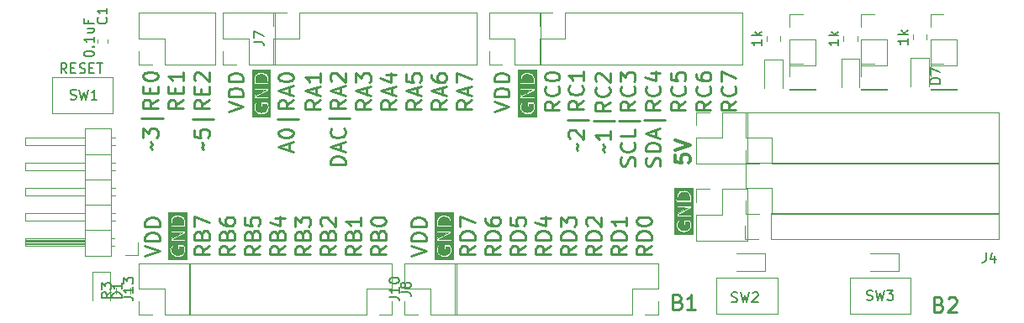
<source format=gbr>
G04 #@! TF.GenerationSoftware,KiCad,Pcbnew,(5.1.5)-2*
G04 #@! TF.CreationDate,2020-04-05T00:52:07+07:00*
G04 #@! TF.ProjectId,KIT_PIC16F1937,4b49545f-5049-4433-9136-46313933372e,rev?*
G04 #@! TF.SameCoordinates,Original*
G04 #@! TF.FileFunction,Legend,Top*
G04 #@! TF.FilePolarity,Positive*
%FSLAX46Y46*%
G04 Gerber Fmt 4.6, Leading zero omitted, Abs format (unit mm)*
G04 Created by KiCad (PCBNEW (5.1.5)-2) date 2020-04-05 00:52:07*
%MOMM*%
%LPD*%
G04 APERTURE LIST*
%ADD10C,0.300000*%
%ADD11C,0.250000*%
%ADD12C,0.010000*%
%ADD13C,0.120000*%
%ADD14C,0.150000*%
G04 APERTURE END LIST*
D10*
X207776071Y-111728214D02*
X207776071Y-112442500D01*
X208490357Y-112513928D01*
X208418928Y-112442500D01*
X208347500Y-112299642D01*
X208347500Y-111942500D01*
X208418928Y-111799642D01*
X208490357Y-111728214D01*
X208633214Y-111656785D01*
X208990357Y-111656785D01*
X209133214Y-111728214D01*
X209204642Y-111799642D01*
X209276071Y-111942500D01*
X209276071Y-112299642D01*
X209204642Y-112442500D01*
X209133214Y-112513928D01*
X207776071Y-111228214D02*
X209276071Y-110728214D01*
X207776071Y-110228214D01*
D11*
X160254142Y-111152285D02*
X160182714Y-111080857D01*
X160111285Y-110938000D01*
X160254142Y-110652285D01*
X160182714Y-110509428D01*
X160111285Y-110438000D01*
X159325571Y-109152285D02*
X159325571Y-109866571D01*
X160039857Y-109938000D01*
X159968428Y-109866571D01*
X159897000Y-109723714D01*
X159897000Y-109366571D01*
X159968428Y-109223714D01*
X160039857Y-109152285D01*
X160182714Y-109080857D01*
X160539857Y-109080857D01*
X160682714Y-109152285D01*
X160754142Y-109223714D01*
X160825571Y-109366571D01*
X160825571Y-109723714D01*
X160754142Y-109866571D01*
X160682714Y-109938000D01*
X161325571Y-108080857D02*
X159182714Y-108080857D01*
X160825571Y-106152285D02*
X160111285Y-106652285D01*
X160825571Y-107009428D02*
X159325571Y-107009428D01*
X159325571Y-106438000D01*
X159397000Y-106295142D01*
X159468428Y-106223714D01*
X159611285Y-106152285D01*
X159825571Y-106152285D01*
X159968428Y-106223714D01*
X160039857Y-106295142D01*
X160111285Y-106438000D01*
X160111285Y-107009428D01*
X160039857Y-105509428D02*
X160039857Y-105009428D01*
X160825571Y-104795142D02*
X160825571Y-105509428D01*
X159325571Y-105509428D01*
X159325571Y-104795142D01*
X159468428Y-104223714D02*
X159397000Y-104152285D01*
X159325571Y-104009428D01*
X159325571Y-103652285D01*
X159397000Y-103509428D01*
X159468428Y-103438000D01*
X159611285Y-103366571D01*
X159754142Y-103366571D01*
X159968428Y-103438000D01*
X160825571Y-104295142D01*
X160825571Y-103366571D01*
X158218571Y-106128571D02*
X157504285Y-106628571D01*
X158218571Y-106985714D02*
X156718571Y-106985714D01*
X156718571Y-106414285D01*
X156790000Y-106271428D01*
X156861428Y-106200000D01*
X157004285Y-106128571D01*
X157218571Y-106128571D01*
X157361428Y-106200000D01*
X157432857Y-106271428D01*
X157504285Y-106414285D01*
X157504285Y-106985714D01*
X157432857Y-105485714D02*
X157432857Y-104985714D01*
X158218571Y-104771428D02*
X158218571Y-105485714D01*
X156718571Y-105485714D01*
X156718571Y-104771428D01*
X158218571Y-103342857D02*
X158218571Y-104200000D01*
X158218571Y-103771428D02*
X156718571Y-103771428D01*
X156932857Y-103914285D01*
X157075714Y-104057142D01*
X157147142Y-104200000D01*
X155107142Y-111103928D02*
X155035714Y-111032500D01*
X154964285Y-110889642D01*
X155107142Y-110603928D01*
X155035714Y-110461071D01*
X154964285Y-110389642D01*
X154178571Y-109961071D02*
X154178571Y-109032500D01*
X154750000Y-109532500D01*
X154750000Y-109318214D01*
X154821428Y-109175357D01*
X154892857Y-109103928D01*
X155035714Y-109032500D01*
X155392857Y-109032500D01*
X155535714Y-109103928D01*
X155607142Y-109175357D01*
X155678571Y-109318214D01*
X155678571Y-109746785D01*
X155607142Y-109889642D01*
X155535714Y-109961071D01*
X156178571Y-108032500D02*
X154035714Y-108032500D01*
X155678571Y-106103928D02*
X154964285Y-106603928D01*
X155678571Y-106961071D02*
X154178571Y-106961071D01*
X154178571Y-106389642D01*
X154250000Y-106246785D01*
X154321428Y-106175357D01*
X154464285Y-106103928D01*
X154678571Y-106103928D01*
X154821428Y-106175357D01*
X154892857Y-106246785D01*
X154964285Y-106389642D01*
X154964285Y-106961071D01*
X154892857Y-105461071D02*
X154892857Y-104961071D01*
X155678571Y-104746785D02*
X155678571Y-105461071D01*
X154178571Y-105461071D01*
X154178571Y-104746785D01*
X154178571Y-103818214D02*
X154178571Y-103675357D01*
X154250000Y-103532500D01*
X154321428Y-103461071D01*
X154464285Y-103389642D01*
X154750000Y-103318214D01*
X155107142Y-103318214D01*
X155392857Y-103389642D01*
X155535714Y-103461071D01*
X155607142Y-103532500D01*
X155678571Y-103675357D01*
X155678571Y-103818214D01*
X155607142Y-103961071D01*
X155535714Y-104032500D01*
X155392857Y-104103928D01*
X155107142Y-104175357D01*
X154750000Y-104175357D01*
X154464285Y-104103928D01*
X154321428Y-104032500D01*
X154250000Y-103961071D01*
X154178571Y-103818214D01*
X205383571Y-120888000D02*
X204669285Y-121388000D01*
X205383571Y-121745142D02*
X203883571Y-121745142D01*
X203883571Y-121173714D01*
X203955000Y-121030857D01*
X204026428Y-120959428D01*
X204169285Y-120888000D01*
X204383571Y-120888000D01*
X204526428Y-120959428D01*
X204597857Y-121030857D01*
X204669285Y-121173714D01*
X204669285Y-121745142D01*
X205383571Y-120245142D02*
X203883571Y-120245142D01*
X203883571Y-119888000D01*
X203955000Y-119673714D01*
X204097857Y-119530857D01*
X204240714Y-119459428D01*
X204526428Y-119388000D01*
X204740714Y-119388000D01*
X205026428Y-119459428D01*
X205169285Y-119530857D01*
X205312142Y-119673714D01*
X205383571Y-119888000D01*
X205383571Y-120245142D01*
X203883571Y-118459428D02*
X203883571Y-118316571D01*
X203955000Y-118173714D01*
X204026428Y-118102285D01*
X204169285Y-118030857D01*
X204455000Y-117959428D01*
X204812142Y-117959428D01*
X205097857Y-118030857D01*
X205240714Y-118102285D01*
X205312142Y-118173714D01*
X205383571Y-118316571D01*
X205383571Y-118459428D01*
X205312142Y-118602285D01*
X205240714Y-118673714D01*
X205097857Y-118745142D01*
X204812142Y-118816571D01*
X204455000Y-118816571D01*
X204169285Y-118745142D01*
X204026428Y-118673714D01*
X203955000Y-118602285D01*
X203883571Y-118459428D01*
X202843571Y-120888000D02*
X202129285Y-121388000D01*
X202843571Y-121745142D02*
X201343571Y-121745142D01*
X201343571Y-121173714D01*
X201415000Y-121030857D01*
X201486428Y-120959428D01*
X201629285Y-120888000D01*
X201843571Y-120888000D01*
X201986428Y-120959428D01*
X202057857Y-121030857D01*
X202129285Y-121173714D01*
X202129285Y-121745142D01*
X202843571Y-120245142D02*
X201343571Y-120245142D01*
X201343571Y-119888000D01*
X201415000Y-119673714D01*
X201557857Y-119530857D01*
X201700714Y-119459428D01*
X201986428Y-119388000D01*
X202200714Y-119388000D01*
X202486428Y-119459428D01*
X202629285Y-119530857D01*
X202772142Y-119673714D01*
X202843571Y-119888000D01*
X202843571Y-120245142D01*
X202843571Y-117959428D02*
X202843571Y-118816571D01*
X202843571Y-118388000D02*
X201343571Y-118388000D01*
X201557857Y-118530857D01*
X201700714Y-118673714D01*
X201772142Y-118816571D01*
X200303571Y-120888000D02*
X199589285Y-121388000D01*
X200303571Y-121745142D02*
X198803571Y-121745142D01*
X198803571Y-121173714D01*
X198875000Y-121030857D01*
X198946428Y-120959428D01*
X199089285Y-120888000D01*
X199303571Y-120888000D01*
X199446428Y-120959428D01*
X199517857Y-121030857D01*
X199589285Y-121173714D01*
X199589285Y-121745142D01*
X200303571Y-120245142D02*
X198803571Y-120245142D01*
X198803571Y-119888000D01*
X198875000Y-119673714D01*
X199017857Y-119530857D01*
X199160714Y-119459428D01*
X199446428Y-119388000D01*
X199660714Y-119388000D01*
X199946428Y-119459428D01*
X200089285Y-119530857D01*
X200232142Y-119673714D01*
X200303571Y-119888000D01*
X200303571Y-120245142D01*
X198946428Y-118816571D02*
X198875000Y-118745142D01*
X198803571Y-118602285D01*
X198803571Y-118245142D01*
X198875000Y-118102285D01*
X198946428Y-118030857D01*
X199089285Y-117959428D01*
X199232142Y-117959428D01*
X199446428Y-118030857D01*
X200303571Y-118888000D01*
X200303571Y-117959428D01*
X197763571Y-120888000D02*
X197049285Y-121388000D01*
X197763571Y-121745142D02*
X196263571Y-121745142D01*
X196263571Y-121173714D01*
X196335000Y-121030857D01*
X196406428Y-120959428D01*
X196549285Y-120888000D01*
X196763571Y-120888000D01*
X196906428Y-120959428D01*
X196977857Y-121030857D01*
X197049285Y-121173714D01*
X197049285Y-121745142D01*
X197763571Y-120245142D02*
X196263571Y-120245142D01*
X196263571Y-119888000D01*
X196335000Y-119673714D01*
X196477857Y-119530857D01*
X196620714Y-119459428D01*
X196906428Y-119388000D01*
X197120714Y-119388000D01*
X197406428Y-119459428D01*
X197549285Y-119530857D01*
X197692142Y-119673714D01*
X197763571Y-119888000D01*
X197763571Y-120245142D01*
X196263571Y-118888000D02*
X196263571Y-117959428D01*
X196835000Y-118459428D01*
X196835000Y-118245142D01*
X196906428Y-118102285D01*
X196977857Y-118030857D01*
X197120714Y-117959428D01*
X197477857Y-117959428D01*
X197620714Y-118030857D01*
X197692142Y-118102285D01*
X197763571Y-118245142D01*
X197763571Y-118673714D01*
X197692142Y-118816571D01*
X197620714Y-118888000D01*
X195223571Y-120888000D02*
X194509285Y-121388000D01*
X195223571Y-121745142D02*
X193723571Y-121745142D01*
X193723571Y-121173714D01*
X193795000Y-121030857D01*
X193866428Y-120959428D01*
X194009285Y-120888000D01*
X194223571Y-120888000D01*
X194366428Y-120959428D01*
X194437857Y-121030857D01*
X194509285Y-121173714D01*
X194509285Y-121745142D01*
X195223571Y-120245142D02*
X193723571Y-120245142D01*
X193723571Y-119888000D01*
X193795000Y-119673714D01*
X193937857Y-119530857D01*
X194080714Y-119459428D01*
X194366428Y-119388000D01*
X194580714Y-119388000D01*
X194866428Y-119459428D01*
X195009285Y-119530857D01*
X195152142Y-119673714D01*
X195223571Y-119888000D01*
X195223571Y-120245142D01*
X194223571Y-118102285D02*
X195223571Y-118102285D01*
X193652142Y-118459428D02*
X194723571Y-118816571D01*
X194723571Y-117888000D01*
X192683571Y-120888000D02*
X191969285Y-121388000D01*
X192683571Y-121745142D02*
X191183571Y-121745142D01*
X191183571Y-121173714D01*
X191255000Y-121030857D01*
X191326428Y-120959428D01*
X191469285Y-120888000D01*
X191683571Y-120888000D01*
X191826428Y-120959428D01*
X191897857Y-121030857D01*
X191969285Y-121173714D01*
X191969285Y-121745142D01*
X192683571Y-120245142D02*
X191183571Y-120245142D01*
X191183571Y-119888000D01*
X191255000Y-119673714D01*
X191397857Y-119530857D01*
X191540714Y-119459428D01*
X191826428Y-119388000D01*
X192040714Y-119388000D01*
X192326428Y-119459428D01*
X192469285Y-119530857D01*
X192612142Y-119673714D01*
X192683571Y-119888000D01*
X192683571Y-120245142D01*
X191183571Y-118030857D02*
X191183571Y-118745142D01*
X191897857Y-118816571D01*
X191826428Y-118745142D01*
X191755000Y-118602285D01*
X191755000Y-118245142D01*
X191826428Y-118102285D01*
X191897857Y-118030857D01*
X192040714Y-117959428D01*
X192397857Y-117959428D01*
X192540714Y-118030857D01*
X192612142Y-118102285D01*
X192683571Y-118245142D01*
X192683571Y-118602285D01*
X192612142Y-118745142D01*
X192540714Y-118816571D01*
X190143571Y-120888000D02*
X189429285Y-121388000D01*
X190143571Y-121745142D02*
X188643571Y-121745142D01*
X188643571Y-121173714D01*
X188715000Y-121030857D01*
X188786428Y-120959428D01*
X188929285Y-120888000D01*
X189143571Y-120888000D01*
X189286428Y-120959428D01*
X189357857Y-121030857D01*
X189429285Y-121173714D01*
X189429285Y-121745142D01*
X190143571Y-120245142D02*
X188643571Y-120245142D01*
X188643571Y-119888000D01*
X188715000Y-119673714D01*
X188857857Y-119530857D01*
X189000714Y-119459428D01*
X189286428Y-119388000D01*
X189500714Y-119388000D01*
X189786428Y-119459428D01*
X189929285Y-119530857D01*
X190072142Y-119673714D01*
X190143571Y-119888000D01*
X190143571Y-120245142D01*
X188643571Y-118102285D02*
X188643571Y-118388000D01*
X188715000Y-118530857D01*
X188786428Y-118602285D01*
X189000714Y-118745142D01*
X189286428Y-118816571D01*
X189857857Y-118816571D01*
X190000714Y-118745142D01*
X190072142Y-118673714D01*
X190143571Y-118530857D01*
X190143571Y-118245142D01*
X190072142Y-118102285D01*
X190000714Y-118030857D01*
X189857857Y-117959428D01*
X189500714Y-117959428D01*
X189357857Y-118030857D01*
X189286428Y-118102285D01*
X189215000Y-118245142D01*
X189215000Y-118530857D01*
X189286428Y-118673714D01*
X189357857Y-118745142D01*
X189500714Y-118816571D01*
X187603571Y-120888000D02*
X186889285Y-121388000D01*
X187603571Y-121745142D02*
X186103571Y-121745142D01*
X186103571Y-121173714D01*
X186175000Y-121030857D01*
X186246428Y-120959428D01*
X186389285Y-120888000D01*
X186603571Y-120888000D01*
X186746428Y-120959428D01*
X186817857Y-121030857D01*
X186889285Y-121173714D01*
X186889285Y-121745142D01*
X187603571Y-120245142D02*
X186103571Y-120245142D01*
X186103571Y-119888000D01*
X186175000Y-119673714D01*
X186317857Y-119530857D01*
X186460714Y-119459428D01*
X186746428Y-119388000D01*
X186960714Y-119388000D01*
X187246428Y-119459428D01*
X187389285Y-119530857D01*
X187532142Y-119673714D01*
X187603571Y-119888000D01*
X187603571Y-120245142D01*
X186103571Y-118888000D02*
X186103571Y-117888000D01*
X187603571Y-118530857D01*
X178659571Y-120888000D02*
X177945285Y-121388000D01*
X178659571Y-121745142D02*
X177159571Y-121745142D01*
X177159571Y-121173714D01*
X177231000Y-121030857D01*
X177302428Y-120959428D01*
X177445285Y-120888000D01*
X177659571Y-120888000D01*
X177802428Y-120959428D01*
X177873857Y-121030857D01*
X177945285Y-121173714D01*
X177945285Y-121745142D01*
X177873857Y-119745142D02*
X177945285Y-119530857D01*
X178016714Y-119459428D01*
X178159571Y-119388000D01*
X178373857Y-119388000D01*
X178516714Y-119459428D01*
X178588142Y-119530857D01*
X178659571Y-119673714D01*
X178659571Y-120245142D01*
X177159571Y-120245142D01*
X177159571Y-119745142D01*
X177231000Y-119602285D01*
X177302428Y-119530857D01*
X177445285Y-119459428D01*
X177588142Y-119459428D01*
X177731000Y-119530857D01*
X177802428Y-119602285D01*
X177873857Y-119745142D01*
X177873857Y-120245142D01*
X177159571Y-118459428D02*
X177159571Y-118316571D01*
X177231000Y-118173714D01*
X177302428Y-118102285D01*
X177445285Y-118030857D01*
X177731000Y-117959428D01*
X178088142Y-117959428D01*
X178373857Y-118030857D01*
X178516714Y-118102285D01*
X178588142Y-118173714D01*
X178659571Y-118316571D01*
X178659571Y-118459428D01*
X178588142Y-118602285D01*
X178516714Y-118673714D01*
X178373857Y-118745142D01*
X178088142Y-118816571D01*
X177731000Y-118816571D01*
X177445285Y-118745142D01*
X177302428Y-118673714D01*
X177231000Y-118602285D01*
X177159571Y-118459428D01*
X176119571Y-120888000D02*
X175405285Y-121388000D01*
X176119571Y-121745142D02*
X174619571Y-121745142D01*
X174619571Y-121173714D01*
X174691000Y-121030857D01*
X174762428Y-120959428D01*
X174905285Y-120888000D01*
X175119571Y-120888000D01*
X175262428Y-120959428D01*
X175333857Y-121030857D01*
X175405285Y-121173714D01*
X175405285Y-121745142D01*
X175333857Y-119745142D02*
X175405285Y-119530857D01*
X175476714Y-119459428D01*
X175619571Y-119388000D01*
X175833857Y-119388000D01*
X175976714Y-119459428D01*
X176048142Y-119530857D01*
X176119571Y-119673714D01*
X176119571Y-120245142D01*
X174619571Y-120245142D01*
X174619571Y-119745142D01*
X174691000Y-119602285D01*
X174762428Y-119530857D01*
X174905285Y-119459428D01*
X175048142Y-119459428D01*
X175191000Y-119530857D01*
X175262428Y-119602285D01*
X175333857Y-119745142D01*
X175333857Y-120245142D01*
X176119571Y-117959428D02*
X176119571Y-118816571D01*
X176119571Y-118388000D02*
X174619571Y-118388000D01*
X174833857Y-118530857D01*
X174976714Y-118673714D01*
X175048142Y-118816571D01*
X173579571Y-120888000D02*
X172865285Y-121388000D01*
X173579571Y-121745142D02*
X172079571Y-121745142D01*
X172079571Y-121173714D01*
X172151000Y-121030857D01*
X172222428Y-120959428D01*
X172365285Y-120888000D01*
X172579571Y-120888000D01*
X172722428Y-120959428D01*
X172793857Y-121030857D01*
X172865285Y-121173714D01*
X172865285Y-121745142D01*
X172793857Y-119745142D02*
X172865285Y-119530857D01*
X172936714Y-119459428D01*
X173079571Y-119388000D01*
X173293857Y-119388000D01*
X173436714Y-119459428D01*
X173508142Y-119530857D01*
X173579571Y-119673714D01*
X173579571Y-120245142D01*
X172079571Y-120245142D01*
X172079571Y-119745142D01*
X172151000Y-119602285D01*
X172222428Y-119530857D01*
X172365285Y-119459428D01*
X172508142Y-119459428D01*
X172651000Y-119530857D01*
X172722428Y-119602285D01*
X172793857Y-119745142D01*
X172793857Y-120245142D01*
X172222428Y-118816571D02*
X172151000Y-118745142D01*
X172079571Y-118602285D01*
X172079571Y-118245142D01*
X172151000Y-118102285D01*
X172222428Y-118030857D01*
X172365285Y-117959428D01*
X172508142Y-117959428D01*
X172722428Y-118030857D01*
X173579571Y-118888000D01*
X173579571Y-117959428D01*
X171039571Y-120888000D02*
X170325285Y-121388000D01*
X171039571Y-121745142D02*
X169539571Y-121745142D01*
X169539571Y-121173714D01*
X169611000Y-121030857D01*
X169682428Y-120959428D01*
X169825285Y-120888000D01*
X170039571Y-120888000D01*
X170182428Y-120959428D01*
X170253857Y-121030857D01*
X170325285Y-121173714D01*
X170325285Y-121745142D01*
X170253857Y-119745142D02*
X170325285Y-119530857D01*
X170396714Y-119459428D01*
X170539571Y-119388000D01*
X170753857Y-119388000D01*
X170896714Y-119459428D01*
X170968142Y-119530857D01*
X171039571Y-119673714D01*
X171039571Y-120245142D01*
X169539571Y-120245142D01*
X169539571Y-119745142D01*
X169611000Y-119602285D01*
X169682428Y-119530857D01*
X169825285Y-119459428D01*
X169968142Y-119459428D01*
X170111000Y-119530857D01*
X170182428Y-119602285D01*
X170253857Y-119745142D01*
X170253857Y-120245142D01*
X169539571Y-118888000D02*
X169539571Y-117959428D01*
X170111000Y-118459428D01*
X170111000Y-118245142D01*
X170182428Y-118102285D01*
X170253857Y-118030857D01*
X170396714Y-117959428D01*
X170753857Y-117959428D01*
X170896714Y-118030857D01*
X170968142Y-118102285D01*
X171039571Y-118245142D01*
X171039571Y-118673714D01*
X170968142Y-118816571D01*
X170896714Y-118888000D01*
X168499571Y-120888000D02*
X167785285Y-121388000D01*
X168499571Y-121745142D02*
X166999571Y-121745142D01*
X166999571Y-121173714D01*
X167071000Y-121030857D01*
X167142428Y-120959428D01*
X167285285Y-120888000D01*
X167499571Y-120888000D01*
X167642428Y-120959428D01*
X167713857Y-121030857D01*
X167785285Y-121173714D01*
X167785285Y-121745142D01*
X167713857Y-119745142D02*
X167785285Y-119530857D01*
X167856714Y-119459428D01*
X167999571Y-119388000D01*
X168213857Y-119388000D01*
X168356714Y-119459428D01*
X168428142Y-119530857D01*
X168499571Y-119673714D01*
X168499571Y-120245142D01*
X166999571Y-120245142D01*
X166999571Y-119745142D01*
X167071000Y-119602285D01*
X167142428Y-119530857D01*
X167285285Y-119459428D01*
X167428142Y-119459428D01*
X167571000Y-119530857D01*
X167642428Y-119602285D01*
X167713857Y-119745142D01*
X167713857Y-120245142D01*
X167499571Y-118102285D02*
X168499571Y-118102285D01*
X166928142Y-118459428D02*
X167999571Y-118816571D01*
X167999571Y-117888000D01*
X165959571Y-120888000D02*
X165245285Y-121388000D01*
X165959571Y-121745142D02*
X164459571Y-121745142D01*
X164459571Y-121173714D01*
X164531000Y-121030857D01*
X164602428Y-120959428D01*
X164745285Y-120888000D01*
X164959571Y-120888000D01*
X165102428Y-120959428D01*
X165173857Y-121030857D01*
X165245285Y-121173714D01*
X165245285Y-121745142D01*
X165173857Y-119745142D02*
X165245285Y-119530857D01*
X165316714Y-119459428D01*
X165459571Y-119388000D01*
X165673857Y-119388000D01*
X165816714Y-119459428D01*
X165888142Y-119530857D01*
X165959571Y-119673714D01*
X165959571Y-120245142D01*
X164459571Y-120245142D01*
X164459571Y-119745142D01*
X164531000Y-119602285D01*
X164602428Y-119530857D01*
X164745285Y-119459428D01*
X164888142Y-119459428D01*
X165031000Y-119530857D01*
X165102428Y-119602285D01*
X165173857Y-119745142D01*
X165173857Y-120245142D01*
X164459571Y-118030857D02*
X164459571Y-118745142D01*
X165173857Y-118816571D01*
X165102428Y-118745142D01*
X165031000Y-118602285D01*
X165031000Y-118245142D01*
X165102428Y-118102285D01*
X165173857Y-118030857D01*
X165316714Y-117959428D01*
X165673857Y-117959428D01*
X165816714Y-118030857D01*
X165888142Y-118102285D01*
X165959571Y-118245142D01*
X165959571Y-118602285D01*
X165888142Y-118745142D01*
X165816714Y-118816571D01*
X163419571Y-120888000D02*
X162705285Y-121388000D01*
X163419571Y-121745142D02*
X161919571Y-121745142D01*
X161919571Y-121173714D01*
X161991000Y-121030857D01*
X162062428Y-120959428D01*
X162205285Y-120888000D01*
X162419571Y-120888000D01*
X162562428Y-120959428D01*
X162633857Y-121030857D01*
X162705285Y-121173714D01*
X162705285Y-121745142D01*
X162633857Y-119745142D02*
X162705285Y-119530857D01*
X162776714Y-119459428D01*
X162919571Y-119388000D01*
X163133857Y-119388000D01*
X163276714Y-119459428D01*
X163348142Y-119530857D01*
X163419571Y-119673714D01*
X163419571Y-120245142D01*
X161919571Y-120245142D01*
X161919571Y-119745142D01*
X161991000Y-119602285D01*
X162062428Y-119530857D01*
X162205285Y-119459428D01*
X162348142Y-119459428D01*
X162491000Y-119530857D01*
X162562428Y-119602285D01*
X162633857Y-119745142D01*
X162633857Y-120245142D01*
X161919571Y-118102285D02*
X161919571Y-118388000D01*
X161991000Y-118530857D01*
X162062428Y-118602285D01*
X162276714Y-118745142D01*
X162562428Y-118816571D01*
X163133857Y-118816571D01*
X163276714Y-118745142D01*
X163348142Y-118673714D01*
X163419571Y-118530857D01*
X163419571Y-118245142D01*
X163348142Y-118102285D01*
X163276714Y-118030857D01*
X163133857Y-117959428D01*
X162776714Y-117959428D01*
X162633857Y-118030857D01*
X162562428Y-118102285D01*
X162491000Y-118245142D01*
X162491000Y-118530857D01*
X162562428Y-118673714D01*
X162633857Y-118745142D01*
X162776714Y-118816571D01*
X160879571Y-120888000D02*
X160165285Y-121388000D01*
X160879571Y-121745142D02*
X159379571Y-121745142D01*
X159379571Y-121173714D01*
X159451000Y-121030857D01*
X159522428Y-120959428D01*
X159665285Y-120888000D01*
X159879571Y-120888000D01*
X160022428Y-120959428D01*
X160093857Y-121030857D01*
X160165285Y-121173714D01*
X160165285Y-121745142D01*
X160093857Y-119745142D02*
X160165285Y-119530857D01*
X160236714Y-119459428D01*
X160379571Y-119388000D01*
X160593857Y-119388000D01*
X160736714Y-119459428D01*
X160808142Y-119530857D01*
X160879571Y-119673714D01*
X160879571Y-120245142D01*
X159379571Y-120245142D01*
X159379571Y-119745142D01*
X159451000Y-119602285D01*
X159522428Y-119530857D01*
X159665285Y-119459428D01*
X159808142Y-119459428D01*
X159951000Y-119530857D01*
X160022428Y-119602285D01*
X160093857Y-119745142D01*
X160093857Y-120245142D01*
X159379571Y-118888000D02*
X159379571Y-117888000D01*
X160879571Y-118530857D01*
X213902571Y-106283000D02*
X213188285Y-106783000D01*
X213902571Y-107140142D02*
X212402571Y-107140142D01*
X212402571Y-106568714D01*
X212474000Y-106425857D01*
X212545428Y-106354428D01*
X212688285Y-106283000D01*
X212902571Y-106283000D01*
X213045428Y-106354428D01*
X213116857Y-106425857D01*
X213188285Y-106568714D01*
X213188285Y-107140142D01*
X213759714Y-104783000D02*
X213831142Y-104854428D01*
X213902571Y-105068714D01*
X213902571Y-105211571D01*
X213831142Y-105425857D01*
X213688285Y-105568714D01*
X213545428Y-105640142D01*
X213259714Y-105711571D01*
X213045428Y-105711571D01*
X212759714Y-105640142D01*
X212616857Y-105568714D01*
X212474000Y-105425857D01*
X212402571Y-105211571D01*
X212402571Y-105068714D01*
X212474000Y-104854428D01*
X212545428Y-104783000D01*
X212402571Y-104283000D02*
X212402571Y-103283000D01*
X213902571Y-103925857D01*
X211362571Y-106283000D02*
X210648285Y-106783000D01*
X211362571Y-107140142D02*
X209862571Y-107140142D01*
X209862571Y-106568714D01*
X209934000Y-106425857D01*
X210005428Y-106354428D01*
X210148285Y-106283000D01*
X210362571Y-106283000D01*
X210505428Y-106354428D01*
X210576857Y-106425857D01*
X210648285Y-106568714D01*
X210648285Y-107140142D01*
X211219714Y-104783000D02*
X211291142Y-104854428D01*
X211362571Y-105068714D01*
X211362571Y-105211571D01*
X211291142Y-105425857D01*
X211148285Y-105568714D01*
X211005428Y-105640142D01*
X210719714Y-105711571D01*
X210505428Y-105711571D01*
X210219714Y-105640142D01*
X210076857Y-105568714D01*
X209934000Y-105425857D01*
X209862571Y-105211571D01*
X209862571Y-105068714D01*
X209934000Y-104854428D01*
X210005428Y-104783000D01*
X209862571Y-103497285D02*
X209862571Y-103783000D01*
X209934000Y-103925857D01*
X210005428Y-103997285D01*
X210219714Y-104140142D01*
X210505428Y-104211571D01*
X211076857Y-104211571D01*
X211219714Y-104140142D01*
X211291142Y-104068714D01*
X211362571Y-103925857D01*
X211362571Y-103640142D01*
X211291142Y-103497285D01*
X211219714Y-103425857D01*
X211076857Y-103354428D01*
X210719714Y-103354428D01*
X210576857Y-103425857D01*
X210505428Y-103497285D01*
X210434000Y-103640142D01*
X210434000Y-103925857D01*
X210505428Y-104068714D01*
X210576857Y-104140142D01*
X210719714Y-104211571D01*
X208822571Y-106283000D02*
X208108285Y-106783000D01*
X208822571Y-107140142D02*
X207322571Y-107140142D01*
X207322571Y-106568714D01*
X207394000Y-106425857D01*
X207465428Y-106354428D01*
X207608285Y-106283000D01*
X207822571Y-106283000D01*
X207965428Y-106354428D01*
X208036857Y-106425857D01*
X208108285Y-106568714D01*
X208108285Y-107140142D01*
X208679714Y-104783000D02*
X208751142Y-104854428D01*
X208822571Y-105068714D01*
X208822571Y-105211571D01*
X208751142Y-105425857D01*
X208608285Y-105568714D01*
X208465428Y-105640142D01*
X208179714Y-105711571D01*
X207965428Y-105711571D01*
X207679714Y-105640142D01*
X207536857Y-105568714D01*
X207394000Y-105425857D01*
X207322571Y-105211571D01*
X207322571Y-105068714D01*
X207394000Y-104854428D01*
X207465428Y-104783000D01*
X207322571Y-103425857D02*
X207322571Y-104140142D01*
X208036857Y-104211571D01*
X207965428Y-104140142D01*
X207894000Y-103997285D01*
X207894000Y-103640142D01*
X207965428Y-103497285D01*
X208036857Y-103425857D01*
X208179714Y-103354428D01*
X208536857Y-103354428D01*
X208679714Y-103425857D01*
X208751142Y-103497285D01*
X208822571Y-103640142D01*
X208822571Y-103997285D01*
X208751142Y-104140142D01*
X208679714Y-104211571D01*
X206211142Y-112827000D02*
X206282571Y-112612714D01*
X206282571Y-112255571D01*
X206211142Y-112112714D01*
X206139714Y-112041285D01*
X205996857Y-111969857D01*
X205854000Y-111969857D01*
X205711142Y-112041285D01*
X205639714Y-112112714D01*
X205568285Y-112255571D01*
X205496857Y-112541285D01*
X205425428Y-112684142D01*
X205354000Y-112755571D01*
X205211142Y-112827000D01*
X205068285Y-112827000D01*
X204925428Y-112755571D01*
X204854000Y-112684142D01*
X204782571Y-112541285D01*
X204782571Y-112184142D01*
X204854000Y-111969857D01*
X206282571Y-111327000D02*
X204782571Y-111327000D01*
X204782571Y-110969857D01*
X204854000Y-110755571D01*
X204996857Y-110612714D01*
X205139714Y-110541285D01*
X205425428Y-110469857D01*
X205639714Y-110469857D01*
X205925428Y-110541285D01*
X206068285Y-110612714D01*
X206211142Y-110755571D01*
X206282571Y-110969857D01*
X206282571Y-111327000D01*
X205854000Y-109898428D02*
X205854000Y-109184142D01*
X206282571Y-110041285D02*
X204782571Y-109541285D01*
X206282571Y-109041285D01*
X206782571Y-108184142D02*
X204639714Y-108184142D01*
X206282571Y-106255571D02*
X205568285Y-106755571D01*
X206282571Y-107112714D02*
X204782571Y-107112714D01*
X204782571Y-106541285D01*
X204854000Y-106398428D01*
X204925428Y-106327000D01*
X205068285Y-106255571D01*
X205282571Y-106255571D01*
X205425428Y-106327000D01*
X205496857Y-106398428D01*
X205568285Y-106541285D01*
X205568285Y-107112714D01*
X206139714Y-104755571D02*
X206211142Y-104827000D01*
X206282571Y-105041285D01*
X206282571Y-105184142D01*
X206211142Y-105398428D01*
X206068285Y-105541285D01*
X205925428Y-105612714D01*
X205639714Y-105684142D01*
X205425428Y-105684142D01*
X205139714Y-105612714D01*
X204996857Y-105541285D01*
X204854000Y-105398428D01*
X204782571Y-105184142D01*
X204782571Y-105041285D01*
X204854000Y-104827000D01*
X204925428Y-104755571D01*
X205282571Y-103469857D02*
X206282571Y-103469857D01*
X204711142Y-103827000D02*
X205782571Y-104184142D01*
X205782571Y-103255571D01*
X203671142Y-112791285D02*
X203742571Y-112577000D01*
X203742571Y-112219857D01*
X203671142Y-112077000D01*
X203599714Y-112005571D01*
X203456857Y-111934142D01*
X203314000Y-111934142D01*
X203171142Y-112005571D01*
X203099714Y-112077000D01*
X203028285Y-112219857D01*
X202956857Y-112505571D01*
X202885428Y-112648428D01*
X202814000Y-112719857D01*
X202671142Y-112791285D01*
X202528285Y-112791285D01*
X202385428Y-112719857D01*
X202314000Y-112648428D01*
X202242571Y-112505571D01*
X202242571Y-112148428D01*
X202314000Y-111934142D01*
X203599714Y-110434142D02*
X203671142Y-110505571D01*
X203742571Y-110719857D01*
X203742571Y-110862714D01*
X203671142Y-111077000D01*
X203528285Y-111219857D01*
X203385428Y-111291285D01*
X203099714Y-111362714D01*
X202885428Y-111362714D01*
X202599714Y-111291285D01*
X202456857Y-111219857D01*
X202314000Y-111077000D01*
X202242571Y-110862714D01*
X202242571Y-110719857D01*
X202314000Y-110505571D01*
X202385428Y-110434142D01*
X203742571Y-109077000D02*
X203742571Y-109791285D01*
X202242571Y-109791285D01*
X204242571Y-108219857D02*
X202099714Y-108219857D01*
X203742571Y-106291285D02*
X203028285Y-106791285D01*
X203742571Y-107148428D02*
X202242571Y-107148428D01*
X202242571Y-106577000D01*
X202314000Y-106434142D01*
X202385428Y-106362714D01*
X202528285Y-106291285D01*
X202742571Y-106291285D01*
X202885428Y-106362714D01*
X202956857Y-106434142D01*
X203028285Y-106577000D01*
X203028285Y-107148428D01*
X203599714Y-104791285D02*
X203671142Y-104862714D01*
X203742571Y-105077000D01*
X203742571Y-105219857D01*
X203671142Y-105434142D01*
X203528285Y-105577000D01*
X203385428Y-105648428D01*
X203099714Y-105719857D01*
X202885428Y-105719857D01*
X202599714Y-105648428D01*
X202456857Y-105577000D01*
X202314000Y-105434142D01*
X202242571Y-105219857D01*
X202242571Y-105077000D01*
X202314000Y-104862714D01*
X202385428Y-104791285D01*
X202242571Y-104291285D02*
X202242571Y-103362714D01*
X202814000Y-103862714D01*
X202814000Y-103648428D01*
X202885428Y-103505571D01*
X202956857Y-103434142D01*
X203099714Y-103362714D01*
X203456857Y-103362714D01*
X203599714Y-103434142D01*
X203671142Y-103505571D01*
X203742571Y-103648428D01*
X203742571Y-104077000D01*
X203671142Y-104219857D01*
X203599714Y-104291285D01*
X200640142Y-111350714D02*
X200568714Y-111279285D01*
X200497285Y-111136428D01*
X200640142Y-110850714D01*
X200568714Y-110707857D01*
X200497285Y-110636428D01*
X201211571Y-109279285D02*
X201211571Y-110136428D01*
X201211571Y-109707857D02*
X199711571Y-109707857D01*
X199925857Y-109850714D01*
X200068714Y-109993571D01*
X200140142Y-110136428D01*
X201711571Y-108279285D02*
X199568714Y-108279285D01*
X201211571Y-106350714D02*
X200497285Y-106850714D01*
X201211571Y-107207857D02*
X199711571Y-107207857D01*
X199711571Y-106636428D01*
X199783000Y-106493571D01*
X199854428Y-106422142D01*
X199997285Y-106350714D01*
X200211571Y-106350714D01*
X200354428Y-106422142D01*
X200425857Y-106493571D01*
X200497285Y-106636428D01*
X200497285Y-107207857D01*
X201068714Y-104850714D02*
X201140142Y-104922142D01*
X201211571Y-105136428D01*
X201211571Y-105279285D01*
X201140142Y-105493571D01*
X200997285Y-105636428D01*
X200854428Y-105707857D01*
X200568714Y-105779285D01*
X200354428Y-105779285D01*
X200068714Y-105707857D01*
X199925857Y-105636428D01*
X199783000Y-105493571D01*
X199711571Y-105279285D01*
X199711571Y-105136428D01*
X199783000Y-104922142D01*
X199854428Y-104850714D01*
X199854428Y-104279285D02*
X199783000Y-104207857D01*
X199711571Y-104065000D01*
X199711571Y-103707857D01*
X199783000Y-103565000D01*
X199854428Y-103493571D01*
X199997285Y-103422142D01*
X200140142Y-103422142D01*
X200354428Y-103493571D01*
X201211571Y-104350714D01*
X201211571Y-103422142D01*
X197973142Y-111223714D02*
X197901714Y-111152285D01*
X197830285Y-111009428D01*
X197973142Y-110723714D01*
X197901714Y-110580857D01*
X197830285Y-110509428D01*
X197187428Y-110009428D02*
X197116000Y-109938000D01*
X197044571Y-109795142D01*
X197044571Y-109438000D01*
X197116000Y-109295142D01*
X197187428Y-109223714D01*
X197330285Y-109152285D01*
X197473142Y-109152285D01*
X197687428Y-109223714D01*
X198544571Y-110080857D01*
X198544571Y-109152285D01*
X199044571Y-108152285D02*
X196901714Y-108152285D01*
X198544571Y-106223714D02*
X197830285Y-106723714D01*
X198544571Y-107080857D02*
X197044571Y-107080857D01*
X197044571Y-106509428D01*
X197116000Y-106366571D01*
X197187428Y-106295142D01*
X197330285Y-106223714D01*
X197544571Y-106223714D01*
X197687428Y-106295142D01*
X197758857Y-106366571D01*
X197830285Y-106509428D01*
X197830285Y-107080857D01*
X198401714Y-104723714D02*
X198473142Y-104795142D01*
X198544571Y-105009428D01*
X198544571Y-105152285D01*
X198473142Y-105366571D01*
X198330285Y-105509428D01*
X198187428Y-105580857D01*
X197901714Y-105652285D01*
X197687428Y-105652285D01*
X197401714Y-105580857D01*
X197258857Y-105509428D01*
X197116000Y-105366571D01*
X197044571Y-105152285D01*
X197044571Y-105009428D01*
X197116000Y-104795142D01*
X197187428Y-104723714D01*
X198544571Y-103295142D02*
X198544571Y-104152285D01*
X198544571Y-103723714D02*
X197044571Y-103723714D01*
X197258857Y-103866571D01*
X197401714Y-104009428D01*
X197473142Y-104152285D01*
X196122571Y-106283000D02*
X195408285Y-106783000D01*
X196122571Y-107140142D02*
X194622571Y-107140142D01*
X194622571Y-106568714D01*
X194694000Y-106425857D01*
X194765428Y-106354428D01*
X194908285Y-106283000D01*
X195122571Y-106283000D01*
X195265428Y-106354428D01*
X195336857Y-106425857D01*
X195408285Y-106568714D01*
X195408285Y-107140142D01*
X195979714Y-104783000D02*
X196051142Y-104854428D01*
X196122571Y-105068714D01*
X196122571Y-105211571D01*
X196051142Y-105425857D01*
X195908285Y-105568714D01*
X195765428Y-105640142D01*
X195479714Y-105711571D01*
X195265428Y-105711571D01*
X194979714Y-105640142D01*
X194836857Y-105568714D01*
X194694000Y-105425857D01*
X194622571Y-105211571D01*
X194622571Y-105068714D01*
X194694000Y-104854428D01*
X194765428Y-104783000D01*
X194622571Y-103854428D02*
X194622571Y-103711571D01*
X194694000Y-103568714D01*
X194765428Y-103497285D01*
X194908285Y-103425857D01*
X195194000Y-103354428D01*
X195551142Y-103354428D01*
X195836857Y-103425857D01*
X195979714Y-103497285D01*
X196051142Y-103568714D01*
X196122571Y-103711571D01*
X196122571Y-103854428D01*
X196051142Y-103997285D01*
X195979714Y-104068714D01*
X195836857Y-104140142D01*
X195551142Y-104211571D01*
X195194000Y-104211571D01*
X194908285Y-104140142D01*
X194765428Y-104068714D01*
X194694000Y-103997285D01*
X194622571Y-103854428D01*
X187286571Y-106175857D02*
X186572285Y-106675857D01*
X187286571Y-107033000D02*
X185786571Y-107033000D01*
X185786571Y-106461571D01*
X185858000Y-106318714D01*
X185929428Y-106247285D01*
X186072285Y-106175857D01*
X186286571Y-106175857D01*
X186429428Y-106247285D01*
X186500857Y-106318714D01*
X186572285Y-106461571D01*
X186572285Y-107033000D01*
X186858000Y-105604428D02*
X186858000Y-104890142D01*
X187286571Y-105747285D02*
X185786571Y-105247285D01*
X187286571Y-104747285D01*
X185786571Y-104390142D02*
X185786571Y-103390142D01*
X187286571Y-104033000D01*
X184746571Y-106175857D02*
X184032285Y-106675857D01*
X184746571Y-107033000D02*
X183246571Y-107033000D01*
X183246571Y-106461571D01*
X183318000Y-106318714D01*
X183389428Y-106247285D01*
X183532285Y-106175857D01*
X183746571Y-106175857D01*
X183889428Y-106247285D01*
X183960857Y-106318714D01*
X184032285Y-106461571D01*
X184032285Y-107033000D01*
X184318000Y-105604428D02*
X184318000Y-104890142D01*
X184746571Y-105747285D02*
X183246571Y-105247285D01*
X184746571Y-104747285D01*
X183246571Y-103604428D02*
X183246571Y-103890142D01*
X183318000Y-104033000D01*
X183389428Y-104104428D01*
X183603714Y-104247285D01*
X183889428Y-104318714D01*
X184460857Y-104318714D01*
X184603714Y-104247285D01*
X184675142Y-104175857D01*
X184746571Y-104033000D01*
X184746571Y-103747285D01*
X184675142Y-103604428D01*
X184603714Y-103533000D01*
X184460857Y-103461571D01*
X184103714Y-103461571D01*
X183960857Y-103533000D01*
X183889428Y-103604428D01*
X183818000Y-103747285D01*
X183818000Y-104033000D01*
X183889428Y-104175857D01*
X183960857Y-104247285D01*
X184103714Y-104318714D01*
X182206571Y-106175857D02*
X181492285Y-106675857D01*
X182206571Y-107033000D02*
X180706571Y-107033000D01*
X180706571Y-106461571D01*
X180778000Y-106318714D01*
X180849428Y-106247285D01*
X180992285Y-106175857D01*
X181206571Y-106175857D01*
X181349428Y-106247285D01*
X181420857Y-106318714D01*
X181492285Y-106461571D01*
X181492285Y-107033000D01*
X181778000Y-105604428D02*
X181778000Y-104890142D01*
X182206571Y-105747285D02*
X180706571Y-105247285D01*
X182206571Y-104747285D01*
X180706571Y-103533000D02*
X180706571Y-104247285D01*
X181420857Y-104318714D01*
X181349428Y-104247285D01*
X181278000Y-104104428D01*
X181278000Y-103747285D01*
X181349428Y-103604428D01*
X181420857Y-103533000D01*
X181563714Y-103461571D01*
X181920857Y-103461571D01*
X182063714Y-103533000D01*
X182135142Y-103604428D01*
X182206571Y-103747285D01*
X182206571Y-104104428D01*
X182135142Y-104247285D01*
X182063714Y-104318714D01*
X179666571Y-106175857D02*
X178952285Y-106675857D01*
X179666571Y-107033000D02*
X178166571Y-107033000D01*
X178166571Y-106461571D01*
X178238000Y-106318714D01*
X178309428Y-106247285D01*
X178452285Y-106175857D01*
X178666571Y-106175857D01*
X178809428Y-106247285D01*
X178880857Y-106318714D01*
X178952285Y-106461571D01*
X178952285Y-107033000D01*
X179238000Y-105604428D02*
X179238000Y-104890142D01*
X179666571Y-105747285D02*
X178166571Y-105247285D01*
X179666571Y-104747285D01*
X178666571Y-103604428D02*
X179666571Y-103604428D01*
X178095142Y-103961571D02*
X179166571Y-104318714D01*
X179166571Y-103390142D01*
X177126571Y-106175857D02*
X176412285Y-106675857D01*
X177126571Y-107033000D02*
X175626571Y-107033000D01*
X175626571Y-106461571D01*
X175698000Y-106318714D01*
X175769428Y-106247285D01*
X175912285Y-106175857D01*
X176126571Y-106175857D01*
X176269428Y-106247285D01*
X176340857Y-106318714D01*
X176412285Y-106461571D01*
X176412285Y-107033000D01*
X176698000Y-105604428D02*
X176698000Y-104890142D01*
X177126571Y-105747285D02*
X175626571Y-105247285D01*
X177126571Y-104747285D01*
X175626571Y-104390142D02*
X175626571Y-103461571D01*
X176198000Y-103961571D01*
X176198000Y-103747285D01*
X176269428Y-103604428D01*
X176340857Y-103533000D01*
X176483714Y-103461571D01*
X176840857Y-103461571D01*
X176983714Y-103533000D01*
X177055142Y-103604428D01*
X177126571Y-103747285D01*
X177126571Y-104175857D01*
X177055142Y-104318714D01*
X176983714Y-104390142D01*
X174541571Y-112684142D02*
X173041571Y-112684142D01*
X173041571Y-112327000D01*
X173113000Y-112112714D01*
X173255857Y-111969857D01*
X173398714Y-111898428D01*
X173684428Y-111827000D01*
X173898714Y-111827000D01*
X174184428Y-111898428D01*
X174327285Y-111969857D01*
X174470142Y-112112714D01*
X174541571Y-112327000D01*
X174541571Y-112684142D01*
X174113000Y-111255571D02*
X174113000Y-110541285D01*
X174541571Y-111398428D02*
X173041571Y-110898428D01*
X174541571Y-110398428D01*
X174398714Y-109041285D02*
X174470142Y-109112714D01*
X174541571Y-109327000D01*
X174541571Y-109469857D01*
X174470142Y-109684142D01*
X174327285Y-109827000D01*
X174184428Y-109898428D01*
X173898714Y-109969857D01*
X173684428Y-109969857D01*
X173398714Y-109898428D01*
X173255857Y-109827000D01*
X173113000Y-109684142D01*
X173041571Y-109469857D01*
X173041571Y-109327000D01*
X173113000Y-109112714D01*
X173184428Y-109041285D01*
X175041571Y-108041285D02*
X172898714Y-108041285D01*
X174541571Y-106112714D02*
X173827285Y-106612714D01*
X174541571Y-106969857D02*
X173041571Y-106969857D01*
X173041571Y-106398428D01*
X173113000Y-106255571D01*
X173184428Y-106184142D01*
X173327285Y-106112714D01*
X173541571Y-106112714D01*
X173684428Y-106184142D01*
X173755857Y-106255571D01*
X173827285Y-106398428D01*
X173827285Y-106969857D01*
X174113000Y-105541285D02*
X174113000Y-104827000D01*
X174541571Y-105684142D02*
X173041571Y-105184142D01*
X174541571Y-104684142D01*
X173184428Y-104255571D02*
X173113000Y-104184142D01*
X173041571Y-104041285D01*
X173041571Y-103684142D01*
X173113000Y-103541285D01*
X173184428Y-103469857D01*
X173327285Y-103398428D01*
X173470142Y-103398428D01*
X173684428Y-103469857D01*
X174541571Y-104327000D01*
X174541571Y-103398428D01*
X172046571Y-106175857D02*
X171332285Y-106675857D01*
X172046571Y-107033000D02*
X170546571Y-107033000D01*
X170546571Y-106461571D01*
X170618000Y-106318714D01*
X170689428Y-106247285D01*
X170832285Y-106175857D01*
X171046571Y-106175857D01*
X171189428Y-106247285D01*
X171260857Y-106318714D01*
X171332285Y-106461571D01*
X171332285Y-107033000D01*
X171618000Y-105604428D02*
X171618000Y-104890142D01*
X172046571Y-105747285D02*
X170546571Y-105247285D01*
X172046571Y-104747285D01*
X172046571Y-103461571D02*
X172046571Y-104318714D01*
X172046571Y-103890142D02*
X170546571Y-103890142D01*
X170760857Y-104033000D01*
X170903714Y-104175857D01*
X170975142Y-104318714D01*
X168906000Y-111230928D02*
X168906000Y-110516642D01*
X169334571Y-111373785D02*
X167834571Y-110873785D01*
X169334571Y-110373785D01*
X167834571Y-109588071D02*
X167834571Y-109445214D01*
X167906000Y-109302357D01*
X167977428Y-109230928D01*
X168120285Y-109159500D01*
X168406000Y-109088071D01*
X168763142Y-109088071D01*
X169048857Y-109159500D01*
X169191714Y-109230928D01*
X169263142Y-109302357D01*
X169334571Y-109445214D01*
X169334571Y-109588071D01*
X169263142Y-109730928D01*
X169191714Y-109802357D01*
X169048857Y-109873785D01*
X168763142Y-109945214D01*
X168406000Y-109945214D01*
X168120285Y-109873785D01*
X167977428Y-109802357D01*
X167906000Y-109730928D01*
X167834571Y-109588071D01*
X169834571Y-108088071D02*
X167691714Y-108088071D01*
X169334571Y-106159500D02*
X168620285Y-106659500D01*
X169334571Y-107016642D02*
X167834571Y-107016642D01*
X167834571Y-106445214D01*
X167906000Y-106302357D01*
X167977428Y-106230928D01*
X168120285Y-106159500D01*
X168334571Y-106159500D01*
X168477428Y-106230928D01*
X168548857Y-106302357D01*
X168620285Y-106445214D01*
X168620285Y-107016642D01*
X168906000Y-105588071D02*
X168906000Y-104873785D01*
X169334571Y-105730928D02*
X167834571Y-105230928D01*
X169334571Y-104730928D01*
X167834571Y-103945214D02*
X167834571Y-103802357D01*
X167906000Y-103659500D01*
X167977428Y-103588071D01*
X168120285Y-103516642D01*
X168406000Y-103445214D01*
X168763142Y-103445214D01*
X169048857Y-103516642D01*
X169191714Y-103588071D01*
X169263142Y-103659500D01*
X169334571Y-103802357D01*
X169334571Y-103945214D01*
X169263142Y-104088071D01*
X169191714Y-104159500D01*
X169048857Y-104230928D01*
X168763142Y-104302357D01*
X168406000Y-104302357D01*
X168120285Y-104230928D01*
X167977428Y-104159500D01*
X167906000Y-104088071D01*
X167834571Y-103945214D01*
X181178571Y-121888000D02*
X182678571Y-121388000D01*
X181178571Y-120888000D01*
X182678571Y-120388000D02*
X181178571Y-120388000D01*
X181178571Y-120030857D01*
X181250000Y-119816571D01*
X181392857Y-119673714D01*
X181535714Y-119602285D01*
X181821428Y-119530857D01*
X182035714Y-119530857D01*
X182321428Y-119602285D01*
X182464285Y-119673714D01*
X182607142Y-119816571D01*
X182678571Y-120030857D01*
X182678571Y-120388000D01*
X182678571Y-118888000D02*
X181178571Y-118888000D01*
X181178571Y-118530857D01*
X181250000Y-118316571D01*
X181392857Y-118173714D01*
X181535714Y-118102285D01*
X181821428Y-118030857D01*
X182035714Y-118030857D01*
X182321428Y-118102285D01*
X182464285Y-118173714D01*
X182607142Y-118316571D01*
X182678571Y-118530857D01*
X182678571Y-118888000D01*
X154378571Y-121888000D02*
X155878571Y-121388000D01*
X154378571Y-120888000D01*
X155878571Y-120388000D02*
X154378571Y-120388000D01*
X154378571Y-120030857D01*
X154450000Y-119816571D01*
X154592857Y-119673714D01*
X154735714Y-119602285D01*
X155021428Y-119530857D01*
X155235714Y-119530857D01*
X155521428Y-119602285D01*
X155664285Y-119673714D01*
X155807142Y-119816571D01*
X155878571Y-120030857D01*
X155878571Y-120388000D01*
X155878571Y-118888000D02*
X154378571Y-118888000D01*
X154378571Y-118530857D01*
X154450000Y-118316571D01*
X154592857Y-118173714D01*
X154735714Y-118102285D01*
X155021428Y-118030857D01*
X155235714Y-118030857D01*
X155521428Y-118102285D01*
X155664285Y-118173714D01*
X155807142Y-118316571D01*
X155878571Y-118530857D01*
X155878571Y-118888000D01*
X162778571Y-107283000D02*
X164278571Y-106783000D01*
X162778571Y-106283000D01*
X164278571Y-105783000D02*
X162778571Y-105783000D01*
X162778571Y-105425857D01*
X162850000Y-105211571D01*
X162992857Y-105068714D01*
X163135714Y-104997285D01*
X163421428Y-104925857D01*
X163635714Y-104925857D01*
X163921428Y-104997285D01*
X164064285Y-105068714D01*
X164207142Y-105211571D01*
X164278571Y-105425857D01*
X164278571Y-105783000D01*
X164278571Y-104283000D02*
X162778571Y-104283000D01*
X162778571Y-103925857D01*
X162850000Y-103711571D01*
X162992857Y-103568714D01*
X163135714Y-103497285D01*
X163421428Y-103425857D01*
X163635714Y-103425857D01*
X163921428Y-103497285D01*
X164064285Y-103568714D01*
X164207142Y-103711571D01*
X164278571Y-103925857D01*
X164278571Y-104283000D01*
X189542571Y-107283000D02*
X191042571Y-106783000D01*
X189542571Y-106283000D01*
X191042571Y-105783000D02*
X189542571Y-105783000D01*
X189542571Y-105425857D01*
X189614000Y-105211571D01*
X189756857Y-105068714D01*
X189899714Y-104997285D01*
X190185428Y-104925857D01*
X190399714Y-104925857D01*
X190685428Y-104997285D01*
X190828285Y-105068714D01*
X190971142Y-105211571D01*
X191042571Y-105425857D01*
X191042571Y-105783000D01*
X191042571Y-104283000D02*
X189542571Y-104283000D01*
X189542571Y-103925857D01*
X189614000Y-103711571D01*
X189756857Y-103568714D01*
X189899714Y-103497285D01*
X190185428Y-103425857D01*
X190399714Y-103425857D01*
X190685428Y-103497285D01*
X190828285Y-103568714D01*
X190971142Y-103711571D01*
X191042571Y-103925857D01*
X191042571Y-104283000D01*
D12*
G36*
X208052530Y-116017102D02*
G01*
X208072858Y-115841399D01*
X208114124Y-115701285D01*
X208178885Y-115594218D01*
X208269696Y-115517654D01*
X208389110Y-115469049D01*
X208539685Y-115445860D01*
X208629249Y-115443000D01*
X208795920Y-115453909D01*
X208930076Y-115488439D01*
X209034443Y-115549292D01*
X209111745Y-115639173D01*
X209164705Y-115760785D01*
X209196049Y-115916833D01*
X209204816Y-116014225D01*
X209217728Y-116226167D01*
X208041010Y-116226167D01*
X208052530Y-116017102D01*
G37*
X208052530Y-116017102D02*
X208072858Y-115841399D01*
X208114124Y-115701285D01*
X208178885Y-115594218D01*
X208269696Y-115517654D01*
X208389110Y-115469049D01*
X208539685Y-115445860D01*
X208629249Y-115443000D01*
X208795920Y-115453909D01*
X208930076Y-115488439D01*
X209034443Y-115549292D01*
X209111745Y-115639173D01*
X209164705Y-115760785D01*
X209196049Y-115916833D01*
X209204816Y-116014225D01*
X209217728Y-116226167D01*
X208041010Y-116226167D01*
X208052530Y-116017102D01*
G36*
X209550000Y-115019667D02*
G01*
X209550000Y-119697500D01*
X208679896Y-119697500D01*
X208679896Y-119475806D01*
X208813280Y-119465981D01*
X208925584Y-119444773D01*
X208950597Y-119436987D01*
X209100113Y-119363876D01*
X209221975Y-119260185D01*
X209313896Y-119129226D01*
X209373592Y-118974308D01*
X209398775Y-118798742D01*
X209399146Y-118787334D01*
X209395680Y-118727844D01*
X209384707Y-118645954D01*
X209370318Y-118567972D01*
X209363768Y-118543720D01*
X209363768Y-116437834D01*
X209354334Y-116083292D01*
X209349233Y-115934779D01*
X209342378Y-115821211D01*
X209332999Y-115735210D01*
X209320325Y-115669399D01*
X209306328Y-115623662D01*
X209247841Y-115514296D01*
X209160643Y-115412602D01*
X209056919Y-115330694D01*
X208967171Y-115286475D01*
X208823302Y-115251094D01*
X208664127Y-115236461D01*
X208502721Y-115242061D01*
X208352156Y-115267376D01*
X208225508Y-115311888D01*
X208217020Y-115316149D01*
X208108296Y-115393734D01*
X208014700Y-115502827D01*
X207958870Y-115601750D01*
X207940892Y-115645254D01*
X207927662Y-115690130D01*
X207918243Y-115744241D01*
X207911700Y-115815446D01*
X207907095Y-115911606D01*
X207903494Y-116040581D01*
X207902774Y-116072709D01*
X207894811Y-116437834D01*
X209363768Y-116437834D01*
X209363768Y-118543720D01*
X209345725Y-118476912D01*
X209313003Y-118387451D01*
X209285126Y-118329847D01*
X209230715Y-118237000D01*
X208597500Y-118237000D01*
X208597500Y-118745000D01*
X208766833Y-118745000D01*
X208766833Y-118425912D01*
X208962396Y-118431998D01*
X209054310Y-118435354D01*
X209113278Y-118440392D01*
X209148669Y-118449979D01*
X209169856Y-118466979D01*
X209186208Y-118494260D01*
X209189915Y-118501584D01*
X209210467Y-118572579D01*
X209220724Y-118682168D01*
X209221893Y-118745566D01*
X209213006Y-118890510D01*
X209183870Y-119003929D01*
X209130841Y-119093239D01*
X209050271Y-119165856D01*
X208999666Y-119197573D01*
X208948257Y-119225596D01*
X208904478Y-119244308D01*
X208857799Y-119255585D01*
X208797689Y-119261304D01*
X208713615Y-119263342D01*
X208629250Y-119263584D01*
X208519958Y-119262999D01*
X208442480Y-119260051D01*
X208386298Y-119252949D01*
X208340897Y-119239903D01*
X208295761Y-119219122D01*
X208262540Y-119201149D01*
X208156037Y-119123278D01*
X208083430Y-119024369D01*
X208041869Y-118899747D01*
X208031482Y-118822004D01*
X208037453Y-118656526D01*
X208080314Y-118499657D01*
X208153403Y-118366802D01*
X208218416Y-118277055D01*
X208107399Y-118283486D01*
X208039414Y-118290252D01*
X207998660Y-118305418D01*
X207970048Y-118336345D01*
X207957585Y-118356553D01*
X207933718Y-118411013D01*
X207908174Y-118490230D01*
X207899000Y-118526906D01*
X207899000Y-117898334D01*
X209359500Y-117898334D01*
X209359500Y-117708483D01*
X208750958Y-117702867D01*
X208142416Y-117697250D01*
X209348916Y-117081678D01*
X209361520Y-116818834D01*
X207899000Y-116818834D01*
X207899000Y-117008675D01*
X208490252Y-117014296D01*
X209081505Y-117019917D01*
X208490252Y-117323058D01*
X207899000Y-117626198D01*
X207899000Y-117898334D01*
X207899000Y-118526906D01*
X207886412Y-118577232D01*
X207886081Y-118578803D01*
X207864328Y-118765254D01*
X207878652Y-118937941D01*
X207927281Y-119093257D01*
X208008440Y-119227595D01*
X208120358Y-119337348D01*
X208261262Y-119418910D01*
X208307902Y-119436987D01*
X208411744Y-119461309D01*
X208540896Y-119474249D01*
X208679896Y-119475806D01*
X208679896Y-119697500D01*
X207708500Y-119697500D01*
X207708500Y-115019667D01*
X209550000Y-115019667D01*
G37*
X209550000Y-115019667D02*
X209550000Y-119697500D01*
X208679896Y-119697500D01*
X208679896Y-119475806D01*
X208813280Y-119465981D01*
X208925584Y-119444773D01*
X208950597Y-119436987D01*
X209100113Y-119363876D01*
X209221975Y-119260185D01*
X209313896Y-119129226D01*
X209373592Y-118974308D01*
X209398775Y-118798742D01*
X209399146Y-118787334D01*
X209395680Y-118727844D01*
X209384707Y-118645954D01*
X209370318Y-118567972D01*
X209363768Y-118543720D01*
X209363768Y-116437834D01*
X209354334Y-116083292D01*
X209349233Y-115934779D01*
X209342378Y-115821211D01*
X209332999Y-115735210D01*
X209320325Y-115669399D01*
X209306328Y-115623662D01*
X209247841Y-115514296D01*
X209160643Y-115412602D01*
X209056919Y-115330694D01*
X208967171Y-115286475D01*
X208823302Y-115251094D01*
X208664127Y-115236461D01*
X208502721Y-115242061D01*
X208352156Y-115267376D01*
X208225508Y-115311888D01*
X208217020Y-115316149D01*
X208108296Y-115393734D01*
X208014700Y-115502827D01*
X207958870Y-115601750D01*
X207940892Y-115645254D01*
X207927662Y-115690130D01*
X207918243Y-115744241D01*
X207911700Y-115815446D01*
X207907095Y-115911606D01*
X207903494Y-116040581D01*
X207902774Y-116072709D01*
X207894811Y-116437834D01*
X209363768Y-116437834D01*
X209363768Y-118543720D01*
X209345725Y-118476912D01*
X209313003Y-118387451D01*
X209285126Y-118329847D01*
X209230715Y-118237000D01*
X208597500Y-118237000D01*
X208597500Y-118745000D01*
X208766833Y-118745000D01*
X208766833Y-118425912D01*
X208962396Y-118431998D01*
X209054310Y-118435354D01*
X209113278Y-118440392D01*
X209148669Y-118449979D01*
X209169856Y-118466979D01*
X209186208Y-118494260D01*
X209189915Y-118501584D01*
X209210467Y-118572579D01*
X209220724Y-118682168D01*
X209221893Y-118745566D01*
X209213006Y-118890510D01*
X209183870Y-119003929D01*
X209130841Y-119093239D01*
X209050271Y-119165856D01*
X208999666Y-119197573D01*
X208948257Y-119225596D01*
X208904478Y-119244308D01*
X208857799Y-119255585D01*
X208797689Y-119261304D01*
X208713615Y-119263342D01*
X208629250Y-119263584D01*
X208519958Y-119262999D01*
X208442480Y-119260051D01*
X208386298Y-119252949D01*
X208340897Y-119239903D01*
X208295761Y-119219122D01*
X208262540Y-119201149D01*
X208156037Y-119123278D01*
X208083430Y-119024369D01*
X208041869Y-118899747D01*
X208031482Y-118822004D01*
X208037453Y-118656526D01*
X208080314Y-118499657D01*
X208153403Y-118366802D01*
X208218416Y-118277055D01*
X208107399Y-118283486D01*
X208039414Y-118290252D01*
X207998660Y-118305418D01*
X207970048Y-118336345D01*
X207957585Y-118356553D01*
X207933718Y-118411013D01*
X207908174Y-118490230D01*
X207899000Y-118526906D01*
X207899000Y-117898334D01*
X209359500Y-117898334D01*
X209359500Y-117708483D01*
X208750958Y-117702867D01*
X208142416Y-117697250D01*
X209348916Y-117081678D01*
X209361520Y-116818834D01*
X207899000Y-116818834D01*
X207899000Y-117008675D01*
X208490252Y-117014296D01*
X209081505Y-117019917D01*
X208490252Y-117323058D01*
X207899000Y-117626198D01*
X207899000Y-117898334D01*
X207899000Y-118526906D01*
X207886412Y-118577232D01*
X207886081Y-118578803D01*
X207864328Y-118765254D01*
X207878652Y-118937941D01*
X207927281Y-119093257D01*
X208008440Y-119227595D01*
X208120358Y-119337348D01*
X208261262Y-119418910D01*
X208307902Y-119436987D01*
X208411744Y-119461309D01*
X208540896Y-119474249D01*
X208679896Y-119475806D01*
X208679896Y-119697500D01*
X207708500Y-119697500D01*
X207708500Y-115019667D01*
X209550000Y-115019667D01*
G36*
X185400000Y-117522167D02*
G01*
X185400000Y-122200000D01*
X184529896Y-122200000D01*
X184529896Y-121978306D01*
X184663280Y-121968481D01*
X184775584Y-121947273D01*
X184800597Y-121939487D01*
X184950113Y-121866376D01*
X185071975Y-121762685D01*
X185163896Y-121631726D01*
X185223592Y-121476808D01*
X185248775Y-121301242D01*
X185249146Y-121289834D01*
X185245680Y-121230344D01*
X185234707Y-121148454D01*
X185220318Y-121070472D01*
X185213768Y-121046220D01*
X185213768Y-118940334D01*
X185204334Y-118585792D01*
X185199233Y-118437279D01*
X185192378Y-118323711D01*
X185182999Y-118237710D01*
X185170325Y-118171899D01*
X185156328Y-118126162D01*
X185097841Y-118016796D01*
X185010643Y-117915102D01*
X184906919Y-117833194D01*
X184817171Y-117788975D01*
X184673302Y-117753594D01*
X184514127Y-117738961D01*
X184352721Y-117744561D01*
X184202156Y-117769876D01*
X184075508Y-117814388D01*
X184067020Y-117818649D01*
X183958296Y-117896234D01*
X183864700Y-118005327D01*
X183808870Y-118104250D01*
X183790892Y-118147754D01*
X183777662Y-118192630D01*
X183768243Y-118246741D01*
X183761700Y-118317946D01*
X183757095Y-118414106D01*
X183753494Y-118543081D01*
X183752774Y-118575209D01*
X183744811Y-118940334D01*
X185213768Y-118940334D01*
X185213768Y-121046220D01*
X185195725Y-120979412D01*
X185163003Y-120889951D01*
X185135126Y-120832347D01*
X185080715Y-120739500D01*
X184447500Y-120739500D01*
X184447500Y-121247500D01*
X184616833Y-121247500D01*
X184616833Y-120928412D01*
X184812396Y-120934498D01*
X184904310Y-120937854D01*
X184963278Y-120942892D01*
X184998669Y-120952479D01*
X185019856Y-120969479D01*
X185036208Y-120996760D01*
X185039915Y-121004084D01*
X185060467Y-121075079D01*
X185070724Y-121184668D01*
X185071893Y-121248066D01*
X185063006Y-121393010D01*
X185033870Y-121506429D01*
X184980841Y-121595739D01*
X184900271Y-121668356D01*
X184849666Y-121700073D01*
X184798257Y-121728096D01*
X184754478Y-121746808D01*
X184707799Y-121758085D01*
X184647689Y-121763804D01*
X184563615Y-121765842D01*
X184479250Y-121766084D01*
X184369958Y-121765499D01*
X184292480Y-121762551D01*
X184236298Y-121755449D01*
X184190897Y-121742403D01*
X184145761Y-121721622D01*
X184112540Y-121703649D01*
X184006037Y-121625778D01*
X183933430Y-121526869D01*
X183891869Y-121402247D01*
X183881482Y-121324504D01*
X183887453Y-121159026D01*
X183930314Y-121002157D01*
X184003403Y-120869302D01*
X184068416Y-120779555D01*
X183957399Y-120785986D01*
X183889414Y-120792752D01*
X183848660Y-120807918D01*
X183820048Y-120838845D01*
X183807585Y-120859053D01*
X183783718Y-120913513D01*
X183758174Y-120992730D01*
X183749000Y-121029406D01*
X183749000Y-120400834D01*
X185209500Y-120400834D01*
X185209500Y-120210983D01*
X184600958Y-120205367D01*
X183992416Y-120199750D01*
X185198916Y-119584178D01*
X185211520Y-119321334D01*
X183749000Y-119321334D01*
X183749000Y-119511175D01*
X184340252Y-119516796D01*
X184931505Y-119522417D01*
X184340252Y-119825558D01*
X183749000Y-120128698D01*
X183749000Y-120400834D01*
X183749000Y-121029406D01*
X183736412Y-121079732D01*
X183736081Y-121081303D01*
X183714328Y-121267754D01*
X183728652Y-121440441D01*
X183777281Y-121595757D01*
X183858440Y-121730095D01*
X183970358Y-121839848D01*
X184111262Y-121921410D01*
X184157902Y-121939487D01*
X184261744Y-121963809D01*
X184390896Y-121976749D01*
X184529896Y-121978306D01*
X184529896Y-122200000D01*
X183558500Y-122200000D01*
X183558500Y-117522167D01*
X185400000Y-117522167D01*
G37*
X185400000Y-117522167D02*
X185400000Y-122200000D01*
X184529896Y-122200000D01*
X184529896Y-121978306D01*
X184663280Y-121968481D01*
X184775584Y-121947273D01*
X184800597Y-121939487D01*
X184950113Y-121866376D01*
X185071975Y-121762685D01*
X185163896Y-121631726D01*
X185223592Y-121476808D01*
X185248775Y-121301242D01*
X185249146Y-121289834D01*
X185245680Y-121230344D01*
X185234707Y-121148454D01*
X185220318Y-121070472D01*
X185213768Y-121046220D01*
X185213768Y-118940334D01*
X185204334Y-118585792D01*
X185199233Y-118437279D01*
X185192378Y-118323711D01*
X185182999Y-118237710D01*
X185170325Y-118171899D01*
X185156328Y-118126162D01*
X185097841Y-118016796D01*
X185010643Y-117915102D01*
X184906919Y-117833194D01*
X184817171Y-117788975D01*
X184673302Y-117753594D01*
X184514127Y-117738961D01*
X184352721Y-117744561D01*
X184202156Y-117769876D01*
X184075508Y-117814388D01*
X184067020Y-117818649D01*
X183958296Y-117896234D01*
X183864700Y-118005327D01*
X183808870Y-118104250D01*
X183790892Y-118147754D01*
X183777662Y-118192630D01*
X183768243Y-118246741D01*
X183761700Y-118317946D01*
X183757095Y-118414106D01*
X183753494Y-118543081D01*
X183752774Y-118575209D01*
X183744811Y-118940334D01*
X185213768Y-118940334D01*
X185213768Y-121046220D01*
X185195725Y-120979412D01*
X185163003Y-120889951D01*
X185135126Y-120832347D01*
X185080715Y-120739500D01*
X184447500Y-120739500D01*
X184447500Y-121247500D01*
X184616833Y-121247500D01*
X184616833Y-120928412D01*
X184812396Y-120934498D01*
X184904310Y-120937854D01*
X184963278Y-120942892D01*
X184998669Y-120952479D01*
X185019856Y-120969479D01*
X185036208Y-120996760D01*
X185039915Y-121004084D01*
X185060467Y-121075079D01*
X185070724Y-121184668D01*
X185071893Y-121248066D01*
X185063006Y-121393010D01*
X185033870Y-121506429D01*
X184980841Y-121595739D01*
X184900271Y-121668356D01*
X184849666Y-121700073D01*
X184798257Y-121728096D01*
X184754478Y-121746808D01*
X184707799Y-121758085D01*
X184647689Y-121763804D01*
X184563615Y-121765842D01*
X184479250Y-121766084D01*
X184369958Y-121765499D01*
X184292480Y-121762551D01*
X184236298Y-121755449D01*
X184190897Y-121742403D01*
X184145761Y-121721622D01*
X184112540Y-121703649D01*
X184006037Y-121625778D01*
X183933430Y-121526869D01*
X183891869Y-121402247D01*
X183881482Y-121324504D01*
X183887453Y-121159026D01*
X183930314Y-121002157D01*
X184003403Y-120869302D01*
X184068416Y-120779555D01*
X183957399Y-120785986D01*
X183889414Y-120792752D01*
X183848660Y-120807918D01*
X183820048Y-120838845D01*
X183807585Y-120859053D01*
X183783718Y-120913513D01*
X183758174Y-120992730D01*
X183749000Y-121029406D01*
X183749000Y-120400834D01*
X185209500Y-120400834D01*
X185209500Y-120210983D01*
X184600958Y-120205367D01*
X183992416Y-120199750D01*
X185198916Y-119584178D01*
X185211520Y-119321334D01*
X183749000Y-119321334D01*
X183749000Y-119511175D01*
X184340252Y-119516796D01*
X184931505Y-119522417D01*
X184340252Y-119825558D01*
X183749000Y-120128698D01*
X183749000Y-120400834D01*
X183749000Y-121029406D01*
X183736412Y-121079732D01*
X183736081Y-121081303D01*
X183714328Y-121267754D01*
X183728652Y-121440441D01*
X183777281Y-121595757D01*
X183858440Y-121730095D01*
X183970358Y-121839848D01*
X184111262Y-121921410D01*
X184157902Y-121939487D01*
X184261744Y-121963809D01*
X184390896Y-121976749D01*
X184529896Y-121978306D01*
X184529896Y-122200000D01*
X183558500Y-122200000D01*
X183558500Y-117522167D01*
X185400000Y-117522167D01*
G36*
X183902530Y-118519602D02*
G01*
X183922858Y-118343899D01*
X183964124Y-118203785D01*
X184028885Y-118096718D01*
X184119696Y-118020154D01*
X184239110Y-117971549D01*
X184389685Y-117948360D01*
X184479249Y-117945500D01*
X184645920Y-117956409D01*
X184780076Y-117990939D01*
X184884443Y-118051792D01*
X184961745Y-118141673D01*
X185014705Y-118263285D01*
X185046049Y-118419333D01*
X185054816Y-118516725D01*
X185067728Y-118728667D01*
X183891010Y-118728667D01*
X183902530Y-118519602D01*
G37*
X183902530Y-118519602D02*
X183922858Y-118343899D01*
X183964124Y-118203785D01*
X184028885Y-118096718D01*
X184119696Y-118020154D01*
X184239110Y-117971549D01*
X184389685Y-117948360D01*
X184479249Y-117945500D01*
X184645920Y-117956409D01*
X184780076Y-117990939D01*
X184884443Y-118051792D01*
X184961745Y-118141673D01*
X185014705Y-118263285D01*
X185046049Y-118419333D01*
X185054816Y-118516725D01*
X185067728Y-118728667D01*
X183891010Y-118728667D01*
X183902530Y-118519602D01*
G36*
X158600000Y-117522167D02*
G01*
X158600000Y-122200000D01*
X157729896Y-122200000D01*
X157729896Y-121978306D01*
X157863280Y-121968481D01*
X157975584Y-121947273D01*
X158000597Y-121939487D01*
X158150113Y-121866376D01*
X158271975Y-121762685D01*
X158363896Y-121631726D01*
X158423592Y-121476808D01*
X158448775Y-121301242D01*
X158449146Y-121289834D01*
X158445680Y-121230344D01*
X158434707Y-121148454D01*
X158420318Y-121070472D01*
X158413768Y-121046220D01*
X158413768Y-118940334D01*
X158404334Y-118585792D01*
X158399233Y-118437279D01*
X158392378Y-118323711D01*
X158382999Y-118237710D01*
X158370325Y-118171899D01*
X158356328Y-118126162D01*
X158297841Y-118016796D01*
X158210643Y-117915102D01*
X158106919Y-117833194D01*
X158017171Y-117788975D01*
X157873302Y-117753594D01*
X157714127Y-117738961D01*
X157552721Y-117744561D01*
X157402156Y-117769876D01*
X157275508Y-117814388D01*
X157267020Y-117818649D01*
X157158296Y-117896234D01*
X157064700Y-118005327D01*
X157008870Y-118104250D01*
X156990892Y-118147754D01*
X156977662Y-118192630D01*
X156968243Y-118246741D01*
X156961700Y-118317946D01*
X156957095Y-118414106D01*
X156953494Y-118543081D01*
X156952774Y-118575209D01*
X156944811Y-118940334D01*
X158413768Y-118940334D01*
X158413768Y-121046220D01*
X158395725Y-120979412D01*
X158363003Y-120889951D01*
X158335126Y-120832347D01*
X158280715Y-120739500D01*
X157647500Y-120739500D01*
X157647500Y-121247500D01*
X157816833Y-121247500D01*
X157816833Y-120928412D01*
X158012396Y-120934498D01*
X158104310Y-120937854D01*
X158163278Y-120942892D01*
X158198669Y-120952479D01*
X158219856Y-120969479D01*
X158236208Y-120996760D01*
X158239915Y-121004084D01*
X158260467Y-121075079D01*
X158270724Y-121184668D01*
X158271893Y-121248066D01*
X158263006Y-121393010D01*
X158233870Y-121506429D01*
X158180841Y-121595739D01*
X158100271Y-121668356D01*
X158049666Y-121700073D01*
X157998257Y-121728096D01*
X157954478Y-121746808D01*
X157907799Y-121758085D01*
X157847689Y-121763804D01*
X157763615Y-121765842D01*
X157679250Y-121766084D01*
X157569958Y-121765499D01*
X157492480Y-121762551D01*
X157436298Y-121755449D01*
X157390897Y-121742403D01*
X157345761Y-121721622D01*
X157312540Y-121703649D01*
X157206037Y-121625778D01*
X157133430Y-121526869D01*
X157091869Y-121402247D01*
X157081482Y-121324504D01*
X157087453Y-121159026D01*
X157130314Y-121002157D01*
X157203403Y-120869302D01*
X157268416Y-120779555D01*
X157157399Y-120785986D01*
X157089414Y-120792752D01*
X157048660Y-120807918D01*
X157020048Y-120838845D01*
X157007585Y-120859053D01*
X156983718Y-120913513D01*
X156958174Y-120992730D01*
X156949000Y-121029406D01*
X156949000Y-120400834D01*
X158409500Y-120400834D01*
X158409500Y-120210983D01*
X157800958Y-120205367D01*
X157192416Y-120199750D01*
X158398916Y-119584178D01*
X158411520Y-119321334D01*
X156949000Y-119321334D01*
X156949000Y-119511175D01*
X157540252Y-119516796D01*
X158131505Y-119522417D01*
X157540252Y-119825558D01*
X156949000Y-120128698D01*
X156949000Y-120400834D01*
X156949000Y-121029406D01*
X156936412Y-121079732D01*
X156936081Y-121081303D01*
X156914328Y-121267754D01*
X156928652Y-121440441D01*
X156977281Y-121595757D01*
X157058440Y-121730095D01*
X157170358Y-121839848D01*
X157311262Y-121921410D01*
X157357902Y-121939487D01*
X157461744Y-121963809D01*
X157590896Y-121976749D01*
X157729896Y-121978306D01*
X157729896Y-122200000D01*
X156758500Y-122200000D01*
X156758500Y-117522167D01*
X158600000Y-117522167D01*
G37*
X158600000Y-117522167D02*
X158600000Y-122200000D01*
X157729896Y-122200000D01*
X157729896Y-121978306D01*
X157863280Y-121968481D01*
X157975584Y-121947273D01*
X158000597Y-121939487D01*
X158150113Y-121866376D01*
X158271975Y-121762685D01*
X158363896Y-121631726D01*
X158423592Y-121476808D01*
X158448775Y-121301242D01*
X158449146Y-121289834D01*
X158445680Y-121230344D01*
X158434707Y-121148454D01*
X158420318Y-121070472D01*
X158413768Y-121046220D01*
X158413768Y-118940334D01*
X158404334Y-118585792D01*
X158399233Y-118437279D01*
X158392378Y-118323711D01*
X158382999Y-118237710D01*
X158370325Y-118171899D01*
X158356328Y-118126162D01*
X158297841Y-118016796D01*
X158210643Y-117915102D01*
X158106919Y-117833194D01*
X158017171Y-117788975D01*
X157873302Y-117753594D01*
X157714127Y-117738961D01*
X157552721Y-117744561D01*
X157402156Y-117769876D01*
X157275508Y-117814388D01*
X157267020Y-117818649D01*
X157158296Y-117896234D01*
X157064700Y-118005327D01*
X157008870Y-118104250D01*
X156990892Y-118147754D01*
X156977662Y-118192630D01*
X156968243Y-118246741D01*
X156961700Y-118317946D01*
X156957095Y-118414106D01*
X156953494Y-118543081D01*
X156952774Y-118575209D01*
X156944811Y-118940334D01*
X158413768Y-118940334D01*
X158413768Y-121046220D01*
X158395725Y-120979412D01*
X158363003Y-120889951D01*
X158335126Y-120832347D01*
X158280715Y-120739500D01*
X157647500Y-120739500D01*
X157647500Y-121247500D01*
X157816833Y-121247500D01*
X157816833Y-120928412D01*
X158012396Y-120934498D01*
X158104310Y-120937854D01*
X158163278Y-120942892D01*
X158198669Y-120952479D01*
X158219856Y-120969479D01*
X158236208Y-120996760D01*
X158239915Y-121004084D01*
X158260467Y-121075079D01*
X158270724Y-121184668D01*
X158271893Y-121248066D01*
X158263006Y-121393010D01*
X158233870Y-121506429D01*
X158180841Y-121595739D01*
X158100271Y-121668356D01*
X158049666Y-121700073D01*
X157998257Y-121728096D01*
X157954478Y-121746808D01*
X157907799Y-121758085D01*
X157847689Y-121763804D01*
X157763615Y-121765842D01*
X157679250Y-121766084D01*
X157569958Y-121765499D01*
X157492480Y-121762551D01*
X157436298Y-121755449D01*
X157390897Y-121742403D01*
X157345761Y-121721622D01*
X157312540Y-121703649D01*
X157206037Y-121625778D01*
X157133430Y-121526869D01*
X157091869Y-121402247D01*
X157081482Y-121324504D01*
X157087453Y-121159026D01*
X157130314Y-121002157D01*
X157203403Y-120869302D01*
X157268416Y-120779555D01*
X157157399Y-120785986D01*
X157089414Y-120792752D01*
X157048660Y-120807918D01*
X157020048Y-120838845D01*
X157007585Y-120859053D01*
X156983718Y-120913513D01*
X156958174Y-120992730D01*
X156949000Y-121029406D01*
X156949000Y-120400834D01*
X158409500Y-120400834D01*
X158409500Y-120210983D01*
X157800958Y-120205367D01*
X157192416Y-120199750D01*
X158398916Y-119584178D01*
X158411520Y-119321334D01*
X156949000Y-119321334D01*
X156949000Y-119511175D01*
X157540252Y-119516796D01*
X158131505Y-119522417D01*
X157540252Y-119825558D01*
X156949000Y-120128698D01*
X156949000Y-120400834D01*
X156949000Y-121029406D01*
X156936412Y-121079732D01*
X156936081Y-121081303D01*
X156914328Y-121267754D01*
X156928652Y-121440441D01*
X156977281Y-121595757D01*
X157058440Y-121730095D01*
X157170358Y-121839848D01*
X157311262Y-121921410D01*
X157357902Y-121939487D01*
X157461744Y-121963809D01*
X157590896Y-121976749D01*
X157729896Y-121978306D01*
X157729896Y-122200000D01*
X156758500Y-122200000D01*
X156758500Y-117522167D01*
X158600000Y-117522167D01*
G36*
X157102530Y-118519602D02*
G01*
X157122858Y-118343899D01*
X157164124Y-118203785D01*
X157228885Y-118096718D01*
X157319696Y-118020154D01*
X157439110Y-117971549D01*
X157589685Y-117948360D01*
X157679249Y-117945500D01*
X157845920Y-117956409D01*
X157980076Y-117990939D01*
X158084443Y-118051792D01*
X158161745Y-118141673D01*
X158214705Y-118263285D01*
X158246049Y-118419333D01*
X158254816Y-118516725D01*
X158267728Y-118728667D01*
X157091010Y-118728667D01*
X157102530Y-118519602D01*
G37*
X157102530Y-118519602D02*
X157122858Y-118343899D01*
X157164124Y-118203785D01*
X157228885Y-118096718D01*
X157319696Y-118020154D01*
X157439110Y-117971549D01*
X157589685Y-117948360D01*
X157679249Y-117945500D01*
X157845920Y-117956409D01*
X157980076Y-117990939D01*
X158084443Y-118051792D01*
X158161745Y-118141673D01*
X158214705Y-118263285D01*
X158246049Y-118419333D01*
X158254816Y-118516725D01*
X158267728Y-118728667D01*
X157091010Y-118728667D01*
X157102530Y-118519602D01*
G36*
X193800000Y-103122167D02*
G01*
X193800000Y-107800000D01*
X192929896Y-107800000D01*
X192929896Y-107578306D01*
X193063280Y-107568481D01*
X193175584Y-107547273D01*
X193200597Y-107539487D01*
X193350113Y-107466376D01*
X193471975Y-107362685D01*
X193563896Y-107231726D01*
X193623592Y-107076808D01*
X193648775Y-106901242D01*
X193649146Y-106889834D01*
X193645680Y-106830344D01*
X193634707Y-106748454D01*
X193620318Y-106670472D01*
X193613768Y-106646220D01*
X193613768Y-104540334D01*
X193604334Y-104185792D01*
X193599233Y-104037279D01*
X193592378Y-103923711D01*
X193582999Y-103837710D01*
X193570325Y-103771899D01*
X193556328Y-103726162D01*
X193497841Y-103616796D01*
X193410643Y-103515102D01*
X193306919Y-103433194D01*
X193217171Y-103388975D01*
X193073302Y-103353594D01*
X192914127Y-103338961D01*
X192752721Y-103344561D01*
X192602156Y-103369876D01*
X192475508Y-103414388D01*
X192467020Y-103418649D01*
X192358296Y-103496234D01*
X192264700Y-103605327D01*
X192208870Y-103704250D01*
X192190892Y-103747754D01*
X192177662Y-103792630D01*
X192168243Y-103846741D01*
X192161700Y-103917946D01*
X192157095Y-104014106D01*
X192153494Y-104143081D01*
X192152774Y-104175209D01*
X192144811Y-104540334D01*
X193613768Y-104540334D01*
X193613768Y-106646220D01*
X193595725Y-106579412D01*
X193563003Y-106489951D01*
X193535126Y-106432347D01*
X193480715Y-106339500D01*
X192847500Y-106339500D01*
X192847500Y-106847500D01*
X193016833Y-106847500D01*
X193016833Y-106528412D01*
X193212396Y-106534498D01*
X193304310Y-106537854D01*
X193363278Y-106542892D01*
X193398669Y-106552479D01*
X193419856Y-106569479D01*
X193436208Y-106596760D01*
X193439915Y-106604084D01*
X193460467Y-106675079D01*
X193470724Y-106784668D01*
X193471893Y-106848066D01*
X193463006Y-106993010D01*
X193433870Y-107106429D01*
X193380841Y-107195739D01*
X193300271Y-107268356D01*
X193249666Y-107300073D01*
X193198257Y-107328096D01*
X193154478Y-107346808D01*
X193107799Y-107358085D01*
X193047689Y-107363804D01*
X192963615Y-107365842D01*
X192879250Y-107366084D01*
X192769958Y-107365499D01*
X192692480Y-107362551D01*
X192636298Y-107355449D01*
X192590897Y-107342403D01*
X192545761Y-107321622D01*
X192512540Y-107303649D01*
X192406037Y-107225778D01*
X192333430Y-107126869D01*
X192291869Y-107002247D01*
X192281482Y-106924504D01*
X192287453Y-106759026D01*
X192330314Y-106602157D01*
X192403403Y-106469302D01*
X192468416Y-106379555D01*
X192357399Y-106385986D01*
X192289414Y-106392752D01*
X192248660Y-106407918D01*
X192220048Y-106438845D01*
X192207585Y-106459053D01*
X192183718Y-106513513D01*
X192158174Y-106592730D01*
X192149000Y-106629406D01*
X192149000Y-106000834D01*
X193609500Y-106000834D01*
X193609500Y-105810983D01*
X193000958Y-105805367D01*
X192392416Y-105799750D01*
X193598916Y-105184178D01*
X193611520Y-104921334D01*
X192149000Y-104921334D01*
X192149000Y-105111175D01*
X192740252Y-105116796D01*
X193331505Y-105122417D01*
X192740252Y-105425558D01*
X192149000Y-105728698D01*
X192149000Y-106000834D01*
X192149000Y-106629406D01*
X192136412Y-106679732D01*
X192136081Y-106681303D01*
X192114328Y-106867754D01*
X192128652Y-107040441D01*
X192177281Y-107195757D01*
X192258440Y-107330095D01*
X192370358Y-107439848D01*
X192511262Y-107521410D01*
X192557902Y-107539487D01*
X192661744Y-107563809D01*
X192790896Y-107576749D01*
X192929896Y-107578306D01*
X192929896Y-107800000D01*
X191958500Y-107800000D01*
X191958500Y-103122167D01*
X193800000Y-103122167D01*
G37*
X193800000Y-103122167D02*
X193800000Y-107800000D01*
X192929896Y-107800000D01*
X192929896Y-107578306D01*
X193063280Y-107568481D01*
X193175584Y-107547273D01*
X193200597Y-107539487D01*
X193350113Y-107466376D01*
X193471975Y-107362685D01*
X193563896Y-107231726D01*
X193623592Y-107076808D01*
X193648775Y-106901242D01*
X193649146Y-106889834D01*
X193645680Y-106830344D01*
X193634707Y-106748454D01*
X193620318Y-106670472D01*
X193613768Y-106646220D01*
X193613768Y-104540334D01*
X193604334Y-104185792D01*
X193599233Y-104037279D01*
X193592378Y-103923711D01*
X193582999Y-103837710D01*
X193570325Y-103771899D01*
X193556328Y-103726162D01*
X193497841Y-103616796D01*
X193410643Y-103515102D01*
X193306919Y-103433194D01*
X193217171Y-103388975D01*
X193073302Y-103353594D01*
X192914127Y-103338961D01*
X192752721Y-103344561D01*
X192602156Y-103369876D01*
X192475508Y-103414388D01*
X192467020Y-103418649D01*
X192358296Y-103496234D01*
X192264700Y-103605327D01*
X192208870Y-103704250D01*
X192190892Y-103747754D01*
X192177662Y-103792630D01*
X192168243Y-103846741D01*
X192161700Y-103917946D01*
X192157095Y-104014106D01*
X192153494Y-104143081D01*
X192152774Y-104175209D01*
X192144811Y-104540334D01*
X193613768Y-104540334D01*
X193613768Y-106646220D01*
X193595725Y-106579412D01*
X193563003Y-106489951D01*
X193535126Y-106432347D01*
X193480715Y-106339500D01*
X192847500Y-106339500D01*
X192847500Y-106847500D01*
X193016833Y-106847500D01*
X193016833Y-106528412D01*
X193212396Y-106534498D01*
X193304310Y-106537854D01*
X193363278Y-106542892D01*
X193398669Y-106552479D01*
X193419856Y-106569479D01*
X193436208Y-106596760D01*
X193439915Y-106604084D01*
X193460467Y-106675079D01*
X193470724Y-106784668D01*
X193471893Y-106848066D01*
X193463006Y-106993010D01*
X193433870Y-107106429D01*
X193380841Y-107195739D01*
X193300271Y-107268356D01*
X193249666Y-107300073D01*
X193198257Y-107328096D01*
X193154478Y-107346808D01*
X193107799Y-107358085D01*
X193047689Y-107363804D01*
X192963615Y-107365842D01*
X192879250Y-107366084D01*
X192769958Y-107365499D01*
X192692480Y-107362551D01*
X192636298Y-107355449D01*
X192590897Y-107342403D01*
X192545761Y-107321622D01*
X192512540Y-107303649D01*
X192406037Y-107225778D01*
X192333430Y-107126869D01*
X192291869Y-107002247D01*
X192281482Y-106924504D01*
X192287453Y-106759026D01*
X192330314Y-106602157D01*
X192403403Y-106469302D01*
X192468416Y-106379555D01*
X192357399Y-106385986D01*
X192289414Y-106392752D01*
X192248660Y-106407918D01*
X192220048Y-106438845D01*
X192207585Y-106459053D01*
X192183718Y-106513513D01*
X192158174Y-106592730D01*
X192149000Y-106629406D01*
X192149000Y-106000834D01*
X193609500Y-106000834D01*
X193609500Y-105810983D01*
X193000958Y-105805367D01*
X192392416Y-105799750D01*
X193598916Y-105184178D01*
X193611520Y-104921334D01*
X192149000Y-104921334D01*
X192149000Y-105111175D01*
X192740252Y-105116796D01*
X193331505Y-105122417D01*
X192740252Y-105425558D01*
X192149000Y-105728698D01*
X192149000Y-106000834D01*
X192149000Y-106629406D01*
X192136412Y-106679732D01*
X192136081Y-106681303D01*
X192114328Y-106867754D01*
X192128652Y-107040441D01*
X192177281Y-107195757D01*
X192258440Y-107330095D01*
X192370358Y-107439848D01*
X192511262Y-107521410D01*
X192557902Y-107539487D01*
X192661744Y-107563809D01*
X192790896Y-107576749D01*
X192929896Y-107578306D01*
X192929896Y-107800000D01*
X191958500Y-107800000D01*
X191958500Y-103122167D01*
X193800000Y-103122167D01*
G36*
X192302530Y-104119602D02*
G01*
X192322858Y-103943899D01*
X192364124Y-103803785D01*
X192428885Y-103696718D01*
X192519696Y-103620154D01*
X192639110Y-103571549D01*
X192789685Y-103548360D01*
X192879249Y-103545500D01*
X193045920Y-103556409D01*
X193180076Y-103590939D01*
X193284443Y-103651792D01*
X193361745Y-103741673D01*
X193414705Y-103863285D01*
X193446049Y-104019333D01*
X193454816Y-104116725D01*
X193467728Y-104328667D01*
X192291010Y-104328667D01*
X192302530Y-104119602D01*
G37*
X192302530Y-104119602D02*
X192322858Y-103943899D01*
X192364124Y-103803785D01*
X192428885Y-103696718D01*
X192519696Y-103620154D01*
X192639110Y-103571549D01*
X192789685Y-103548360D01*
X192879249Y-103545500D01*
X193045920Y-103556409D01*
X193180076Y-103590939D01*
X193284443Y-103651792D01*
X193361745Y-103741673D01*
X193414705Y-103863285D01*
X193446049Y-104019333D01*
X193454816Y-104116725D01*
X193467728Y-104328667D01*
X192291010Y-104328667D01*
X192302530Y-104119602D01*
G36*
X167000000Y-103122167D02*
G01*
X167000000Y-107800000D01*
X166129896Y-107800000D01*
X166129896Y-107578306D01*
X166263280Y-107568481D01*
X166375584Y-107547273D01*
X166400597Y-107539487D01*
X166550113Y-107466376D01*
X166671975Y-107362685D01*
X166763896Y-107231726D01*
X166823592Y-107076808D01*
X166848775Y-106901242D01*
X166849146Y-106889834D01*
X166845680Y-106830344D01*
X166834707Y-106748454D01*
X166820318Y-106670472D01*
X166813768Y-106646220D01*
X166813768Y-104540334D01*
X166804334Y-104185792D01*
X166799233Y-104037279D01*
X166792378Y-103923711D01*
X166782999Y-103837710D01*
X166770325Y-103771899D01*
X166756328Y-103726162D01*
X166697841Y-103616796D01*
X166610643Y-103515102D01*
X166506919Y-103433194D01*
X166417171Y-103388975D01*
X166273302Y-103353594D01*
X166114127Y-103338961D01*
X165952721Y-103344561D01*
X165802156Y-103369876D01*
X165675508Y-103414388D01*
X165667020Y-103418649D01*
X165558296Y-103496234D01*
X165464700Y-103605327D01*
X165408870Y-103704250D01*
X165390892Y-103747754D01*
X165377662Y-103792630D01*
X165368243Y-103846741D01*
X165361700Y-103917946D01*
X165357095Y-104014106D01*
X165353494Y-104143081D01*
X165352774Y-104175209D01*
X165344811Y-104540334D01*
X166813768Y-104540334D01*
X166813768Y-106646220D01*
X166795725Y-106579412D01*
X166763003Y-106489951D01*
X166735126Y-106432347D01*
X166680715Y-106339500D01*
X166047500Y-106339500D01*
X166047500Y-106847500D01*
X166216833Y-106847500D01*
X166216833Y-106528412D01*
X166412396Y-106534498D01*
X166504310Y-106537854D01*
X166563278Y-106542892D01*
X166598669Y-106552479D01*
X166619856Y-106569479D01*
X166636208Y-106596760D01*
X166639915Y-106604084D01*
X166660467Y-106675079D01*
X166670724Y-106784668D01*
X166671893Y-106848066D01*
X166663006Y-106993010D01*
X166633870Y-107106429D01*
X166580841Y-107195739D01*
X166500271Y-107268356D01*
X166449666Y-107300073D01*
X166398257Y-107328096D01*
X166354478Y-107346808D01*
X166307799Y-107358085D01*
X166247689Y-107363804D01*
X166163615Y-107365842D01*
X166079250Y-107366084D01*
X165969958Y-107365499D01*
X165892480Y-107362551D01*
X165836298Y-107355449D01*
X165790897Y-107342403D01*
X165745761Y-107321622D01*
X165712540Y-107303649D01*
X165606037Y-107225778D01*
X165533430Y-107126869D01*
X165491869Y-107002247D01*
X165481482Y-106924504D01*
X165487453Y-106759026D01*
X165530314Y-106602157D01*
X165603403Y-106469302D01*
X165668416Y-106379555D01*
X165557399Y-106385986D01*
X165489414Y-106392752D01*
X165448660Y-106407918D01*
X165420048Y-106438845D01*
X165407585Y-106459053D01*
X165383718Y-106513513D01*
X165358174Y-106592730D01*
X165349000Y-106629406D01*
X165349000Y-106000834D01*
X166809500Y-106000834D01*
X166809500Y-105810983D01*
X166200958Y-105805367D01*
X165592416Y-105799750D01*
X166798916Y-105184178D01*
X166811520Y-104921334D01*
X165349000Y-104921334D01*
X165349000Y-105111175D01*
X165940252Y-105116796D01*
X166531505Y-105122417D01*
X165940252Y-105425558D01*
X165349000Y-105728698D01*
X165349000Y-106000834D01*
X165349000Y-106629406D01*
X165336412Y-106679732D01*
X165336081Y-106681303D01*
X165314328Y-106867754D01*
X165328652Y-107040441D01*
X165377281Y-107195757D01*
X165458440Y-107330095D01*
X165570358Y-107439848D01*
X165711262Y-107521410D01*
X165757902Y-107539487D01*
X165861744Y-107563809D01*
X165990896Y-107576749D01*
X166129896Y-107578306D01*
X166129896Y-107800000D01*
X165158500Y-107800000D01*
X165158500Y-103122167D01*
X167000000Y-103122167D01*
G37*
X167000000Y-103122167D02*
X167000000Y-107800000D01*
X166129896Y-107800000D01*
X166129896Y-107578306D01*
X166263280Y-107568481D01*
X166375584Y-107547273D01*
X166400597Y-107539487D01*
X166550113Y-107466376D01*
X166671975Y-107362685D01*
X166763896Y-107231726D01*
X166823592Y-107076808D01*
X166848775Y-106901242D01*
X166849146Y-106889834D01*
X166845680Y-106830344D01*
X166834707Y-106748454D01*
X166820318Y-106670472D01*
X166813768Y-106646220D01*
X166813768Y-104540334D01*
X166804334Y-104185792D01*
X166799233Y-104037279D01*
X166792378Y-103923711D01*
X166782999Y-103837710D01*
X166770325Y-103771899D01*
X166756328Y-103726162D01*
X166697841Y-103616796D01*
X166610643Y-103515102D01*
X166506919Y-103433194D01*
X166417171Y-103388975D01*
X166273302Y-103353594D01*
X166114127Y-103338961D01*
X165952721Y-103344561D01*
X165802156Y-103369876D01*
X165675508Y-103414388D01*
X165667020Y-103418649D01*
X165558296Y-103496234D01*
X165464700Y-103605327D01*
X165408870Y-103704250D01*
X165390892Y-103747754D01*
X165377662Y-103792630D01*
X165368243Y-103846741D01*
X165361700Y-103917946D01*
X165357095Y-104014106D01*
X165353494Y-104143081D01*
X165352774Y-104175209D01*
X165344811Y-104540334D01*
X166813768Y-104540334D01*
X166813768Y-106646220D01*
X166795725Y-106579412D01*
X166763003Y-106489951D01*
X166735126Y-106432347D01*
X166680715Y-106339500D01*
X166047500Y-106339500D01*
X166047500Y-106847500D01*
X166216833Y-106847500D01*
X166216833Y-106528412D01*
X166412396Y-106534498D01*
X166504310Y-106537854D01*
X166563278Y-106542892D01*
X166598669Y-106552479D01*
X166619856Y-106569479D01*
X166636208Y-106596760D01*
X166639915Y-106604084D01*
X166660467Y-106675079D01*
X166670724Y-106784668D01*
X166671893Y-106848066D01*
X166663006Y-106993010D01*
X166633870Y-107106429D01*
X166580841Y-107195739D01*
X166500271Y-107268356D01*
X166449666Y-107300073D01*
X166398257Y-107328096D01*
X166354478Y-107346808D01*
X166307799Y-107358085D01*
X166247689Y-107363804D01*
X166163615Y-107365842D01*
X166079250Y-107366084D01*
X165969958Y-107365499D01*
X165892480Y-107362551D01*
X165836298Y-107355449D01*
X165790897Y-107342403D01*
X165745761Y-107321622D01*
X165712540Y-107303649D01*
X165606037Y-107225778D01*
X165533430Y-107126869D01*
X165491869Y-107002247D01*
X165481482Y-106924504D01*
X165487453Y-106759026D01*
X165530314Y-106602157D01*
X165603403Y-106469302D01*
X165668416Y-106379555D01*
X165557399Y-106385986D01*
X165489414Y-106392752D01*
X165448660Y-106407918D01*
X165420048Y-106438845D01*
X165407585Y-106459053D01*
X165383718Y-106513513D01*
X165358174Y-106592730D01*
X165349000Y-106629406D01*
X165349000Y-106000834D01*
X166809500Y-106000834D01*
X166809500Y-105810983D01*
X166200958Y-105805367D01*
X165592416Y-105799750D01*
X166798916Y-105184178D01*
X166811520Y-104921334D01*
X165349000Y-104921334D01*
X165349000Y-105111175D01*
X165940252Y-105116796D01*
X166531505Y-105122417D01*
X165940252Y-105425558D01*
X165349000Y-105728698D01*
X165349000Y-106000834D01*
X165349000Y-106629406D01*
X165336412Y-106679732D01*
X165336081Y-106681303D01*
X165314328Y-106867754D01*
X165328652Y-107040441D01*
X165377281Y-107195757D01*
X165458440Y-107330095D01*
X165570358Y-107439848D01*
X165711262Y-107521410D01*
X165757902Y-107539487D01*
X165861744Y-107563809D01*
X165990896Y-107576749D01*
X166129896Y-107578306D01*
X166129896Y-107800000D01*
X165158500Y-107800000D01*
X165158500Y-103122167D01*
X167000000Y-103122167D01*
G36*
X165502530Y-104119602D02*
G01*
X165522858Y-103943899D01*
X165564124Y-103803785D01*
X165628885Y-103696718D01*
X165719696Y-103620154D01*
X165839110Y-103571549D01*
X165989685Y-103548360D01*
X166079249Y-103545500D01*
X166245920Y-103556409D01*
X166380076Y-103590939D01*
X166484443Y-103651792D01*
X166561745Y-103741673D01*
X166614705Y-103863285D01*
X166646049Y-104019333D01*
X166654816Y-104116725D01*
X166667728Y-104328667D01*
X165491010Y-104328667D01*
X165502530Y-104119602D01*
G37*
X165502530Y-104119602D02*
X165522858Y-103943899D01*
X165564124Y-103803785D01*
X165628885Y-103696718D01*
X165719696Y-103620154D01*
X165839110Y-103571549D01*
X165989685Y-103548360D01*
X166079249Y-103545500D01*
X166245920Y-103556409D01*
X166380076Y-103590939D01*
X166484443Y-103651792D01*
X166561745Y-103741673D01*
X166614705Y-103863285D01*
X166646049Y-104019333D01*
X166654816Y-104116725D01*
X166667728Y-104328667D01*
X165491010Y-104328667D01*
X165502530Y-104119602D01*
D13*
X149604000Y-100365779D02*
X149604000Y-100040221D01*
X150624000Y-100365779D02*
X150624000Y-100040221D01*
X145022000Y-103814000D02*
X151142000Y-103814000D01*
X151142000Y-103814000D02*
X151142000Y-107514000D01*
X151142000Y-107514000D02*
X145022000Y-107514000D01*
X145022000Y-107514000D02*
X145022000Y-103814000D01*
X194114000Y-102549000D02*
X194114000Y-99949000D01*
X194114000Y-102549000D02*
X214554000Y-102549000D01*
X214554000Y-102549000D02*
X214554000Y-97349000D01*
X196714000Y-97349000D02*
X214554000Y-97349000D01*
X196714000Y-99949000D02*
X196714000Y-97349000D01*
X194114000Y-99949000D02*
X196714000Y-99949000D01*
X194114000Y-97349000D02*
X195444000Y-97349000D01*
X194114000Y-98679000D02*
X194114000Y-97349000D01*
X206054000Y-126492000D02*
X206054000Y-127822000D01*
X206054000Y-127822000D02*
X204724000Y-127822000D01*
X206054000Y-125222000D02*
X203454000Y-125222000D01*
X203454000Y-125222000D02*
X203454000Y-127822000D01*
X203454000Y-127822000D02*
X185614000Y-127822000D01*
X185614000Y-122622000D02*
X185614000Y-127822000D01*
X206054000Y-122622000D02*
X185614000Y-122622000D01*
X206054000Y-122622000D02*
X206054000Y-125222000D01*
X167317000Y-98679000D02*
X167317000Y-97349000D01*
X167317000Y-97349000D02*
X168647000Y-97349000D01*
X167317000Y-99949000D02*
X169917000Y-99949000D01*
X169917000Y-99949000D02*
X169917000Y-97349000D01*
X169917000Y-97349000D02*
X187757000Y-97349000D01*
X187757000Y-102549000D02*
X187757000Y-97349000D01*
X167317000Y-102549000D02*
X187757000Y-102549000D01*
X167317000Y-102549000D02*
X167317000Y-99949000D01*
X179257000Y-122622000D02*
X179257000Y-125222000D01*
X179257000Y-122622000D02*
X158817000Y-122622000D01*
X158817000Y-122622000D02*
X158817000Y-127822000D01*
X176657000Y-127822000D02*
X158817000Y-127822000D01*
X176657000Y-125222000D02*
X176657000Y-127822000D01*
X179257000Y-125222000D02*
X176657000Y-125222000D01*
X179257000Y-127822000D02*
X177927000Y-127822000D01*
X179257000Y-126492000D02*
X179257000Y-127822000D01*
X150960000Y-121853000D02*
X150960000Y-109033000D01*
X150960000Y-109033000D02*
X148300000Y-109033000D01*
X148300000Y-109033000D02*
X148300000Y-121853000D01*
X148300000Y-121853000D02*
X150960000Y-121853000D01*
X148300000Y-120903000D02*
X142300000Y-120903000D01*
X142300000Y-120903000D02*
X142300000Y-120143000D01*
X142300000Y-120143000D02*
X148300000Y-120143000D01*
X148300000Y-120843000D02*
X142300000Y-120843000D01*
X148300000Y-120723000D02*
X142300000Y-120723000D01*
X148300000Y-120603000D02*
X142300000Y-120603000D01*
X148300000Y-120483000D02*
X142300000Y-120483000D01*
X148300000Y-120363000D02*
X142300000Y-120363000D01*
X148300000Y-120243000D02*
X142300000Y-120243000D01*
X151290000Y-120903000D02*
X150960000Y-120903000D01*
X151290000Y-120143000D02*
X150960000Y-120143000D01*
X150960000Y-119253000D02*
X148300000Y-119253000D01*
X148300000Y-118363000D02*
X142300000Y-118363000D01*
X142300000Y-118363000D02*
X142300000Y-117603000D01*
X142300000Y-117603000D02*
X148300000Y-117603000D01*
X151357071Y-118363000D02*
X150960000Y-118363000D01*
X151357071Y-117603000D02*
X150960000Y-117603000D01*
X150960000Y-116713000D02*
X148300000Y-116713000D01*
X148300000Y-115823000D02*
X142300000Y-115823000D01*
X142300000Y-115823000D02*
X142300000Y-115063000D01*
X142300000Y-115063000D02*
X148300000Y-115063000D01*
X151357071Y-115823000D02*
X150960000Y-115823000D01*
X151357071Y-115063000D02*
X150960000Y-115063000D01*
X150960000Y-114173000D02*
X148300000Y-114173000D01*
X148300000Y-113283000D02*
X142300000Y-113283000D01*
X142300000Y-113283000D02*
X142300000Y-112523000D01*
X142300000Y-112523000D02*
X148300000Y-112523000D01*
X151357071Y-113283000D02*
X150960000Y-113283000D01*
X151357071Y-112523000D02*
X150960000Y-112523000D01*
X150960000Y-111633000D02*
X148300000Y-111633000D01*
X148300000Y-110743000D02*
X142300000Y-110743000D01*
X142300000Y-110743000D02*
X142300000Y-109983000D01*
X142300000Y-109983000D02*
X148300000Y-109983000D01*
X151357071Y-110743000D02*
X150960000Y-110743000D01*
X151357071Y-109983000D02*
X150960000Y-109983000D01*
X153670000Y-120523000D02*
X153670000Y-121793000D01*
X153670000Y-121793000D02*
X152400000Y-121793000D01*
X185734000Y-127822000D02*
X185734000Y-122622000D01*
X183134000Y-127822000D02*
X185734000Y-127822000D01*
X180534000Y-122622000D02*
X185734000Y-122622000D01*
X183134000Y-127822000D02*
X183134000Y-125222000D01*
X183134000Y-125222000D02*
X180534000Y-125222000D01*
X180534000Y-125222000D02*
X180534000Y-122622000D01*
X181864000Y-127822000D02*
X180534000Y-127822000D01*
X180534000Y-127822000D02*
X180534000Y-126492000D01*
X162237000Y-102549000D02*
X162237000Y-101219000D01*
X163567000Y-102549000D02*
X162237000Y-102549000D01*
X162237000Y-99949000D02*
X162237000Y-97349000D01*
X164837000Y-99949000D02*
X162237000Y-99949000D01*
X164837000Y-102549000D02*
X164837000Y-99949000D01*
X162237000Y-97349000D02*
X167437000Y-97349000D01*
X164837000Y-102549000D02*
X167437000Y-102549000D01*
X167437000Y-102549000D02*
X167437000Y-97349000D01*
X194234000Y-102549000D02*
X194234000Y-97349000D01*
X191634000Y-102549000D02*
X194234000Y-102549000D01*
X189034000Y-97349000D02*
X194234000Y-97349000D01*
X191634000Y-102549000D02*
X191634000Y-99949000D01*
X191634000Y-99949000D02*
X189034000Y-99949000D01*
X189034000Y-99949000D02*
X189034000Y-97349000D01*
X190364000Y-102549000D02*
X189034000Y-102549000D01*
X189034000Y-102549000D02*
X189034000Y-101219000D01*
X153737000Y-127822000D02*
X153737000Y-126492000D01*
X155067000Y-127822000D02*
X153737000Y-127822000D01*
X153737000Y-125222000D02*
X153737000Y-122622000D01*
X156337000Y-125222000D02*
X153737000Y-125222000D01*
X156337000Y-127822000D02*
X156337000Y-125222000D01*
X153737000Y-122622000D02*
X158937000Y-122622000D01*
X156337000Y-127822000D02*
X158937000Y-127822000D01*
X158937000Y-127822000D02*
X158937000Y-122622000D01*
X161477000Y-102549000D02*
X161477000Y-97349000D01*
X156337000Y-102549000D02*
X161477000Y-102549000D01*
X153737000Y-97349000D02*
X161477000Y-97349000D01*
X156337000Y-102549000D02*
X156337000Y-99949000D01*
X156337000Y-99949000D02*
X153737000Y-99949000D01*
X153737000Y-99949000D02*
X153737000Y-97349000D01*
X155067000Y-102549000D02*
X153737000Y-102549000D01*
X153737000Y-102549000D02*
X153737000Y-101219000D01*
X150910000Y-126400000D02*
X150910000Y-123515000D01*
X150910000Y-123515000D02*
X149090000Y-123515000D01*
X149090000Y-123515000D02*
X149090000Y-126400000D01*
X213980000Y-123415000D02*
X216865000Y-123415000D01*
X216865000Y-123415000D02*
X216865000Y-121595000D01*
X216865000Y-121595000D02*
X213980000Y-121595000D01*
X230265000Y-121595000D02*
X227380000Y-121595000D01*
X230265000Y-123415000D02*
X230265000Y-121595000D01*
X227380000Y-123415000D02*
X230265000Y-123415000D01*
X151490000Y-125658578D02*
X151490000Y-125141422D01*
X152910000Y-125658578D02*
X152910000Y-125141422D01*
X211940000Y-124055000D02*
X218060000Y-124055000D01*
X218060000Y-124055000D02*
X218060000Y-127755000D01*
X218060000Y-127755000D02*
X211940000Y-127755000D01*
X211940000Y-127755000D02*
X211940000Y-124055000D01*
X225340000Y-124055000D02*
X231460000Y-124055000D01*
X231460000Y-124055000D02*
X231460000Y-127755000D01*
X231460000Y-127755000D02*
X225340000Y-127755000D01*
X225340000Y-127755000D02*
X225340000Y-124055000D01*
X219270000Y-102670000D02*
X221930000Y-102670000D01*
X219270000Y-100070000D02*
X219270000Y-102670000D01*
X221930000Y-100070000D02*
X221930000Y-102670000D01*
X219270000Y-100070000D02*
X221930000Y-100070000D01*
X219270000Y-98800000D02*
X219270000Y-97470000D01*
X219270000Y-97470000D02*
X220600000Y-97470000D01*
X219270000Y-105130000D02*
X221930000Y-105130000D01*
X219270000Y-105070000D02*
X219270000Y-105130000D01*
X221930000Y-105070000D02*
X221930000Y-105130000D01*
X219270000Y-105070000D02*
X221930000Y-105070000D01*
X219270000Y-103800000D02*
X219270000Y-102470000D01*
X219270000Y-102470000D02*
X220600000Y-102470000D01*
X226470000Y-105130000D02*
X229130000Y-105130000D01*
X226470000Y-105070000D02*
X226470000Y-105130000D01*
X229130000Y-105070000D02*
X229130000Y-105130000D01*
X226470000Y-105070000D02*
X229130000Y-105070000D01*
X226470000Y-103800000D02*
X226470000Y-102470000D01*
X226470000Y-102470000D02*
X227800000Y-102470000D01*
X226470000Y-102670000D02*
X229130000Y-102670000D01*
X226470000Y-100070000D02*
X226470000Y-102670000D01*
X229130000Y-100070000D02*
X229130000Y-102670000D01*
X226470000Y-100070000D02*
X229130000Y-100070000D01*
X226470000Y-98800000D02*
X226470000Y-97470000D01*
X226470000Y-97470000D02*
X227800000Y-97470000D01*
X233470000Y-105130000D02*
X236130000Y-105130000D01*
X233470000Y-105070000D02*
X233470000Y-105130000D01*
X236130000Y-105070000D02*
X236130000Y-105130000D01*
X233470000Y-105070000D02*
X236130000Y-105070000D01*
X233470000Y-103800000D02*
X233470000Y-102470000D01*
X233470000Y-102470000D02*
X234800000Y-102470000D01*
X233470000Y-102670000D02*
X236130000Y-102670000D01*
X233470000Y-100070000D02*
X233470000Y-102670000D01*
X236130000Y-100070000D02*
X236130000Y-102670000D01*
X233470000Y-100070000D02*
X236130000Y-100070000D01*
X233470000Y-98800000D02*
X233470000Y-97470000D01*
X233470000Y-97470000D02*
X234800000Y-97470000D01*
X214871001Y-117662000D02*
X214871001Y-116332000D01*
X216201001Y-117662000D02*
X214871001Y-117662000D01*
X214871001Y-115062000D02*
X214871001Y-112462000D01*
X217471001Y-115062000D02*
X214871001Y-115062000D01*
X217471001Y-117662000D02*
X217471001Y-115062000D01*
X214871001Y-112462000D02*
X240391001Y-112462000D01*
X217471001Y-117662000D02*
X240391001Y-117662000D01*
X240391001Y-117662000D02*
X240391001Y-112462000D01*
X240391001Y-112582000D02*
X240391001Y-107382000D01*
X217471001Y-112582000D02*
X240391001Y-112582000D01*
X214871001Y-107382000D02*
X240391001Y-107382000D01*
X217471001Y-112582000D02*
X217471001Y-109982000D01*
X217471001Y-109982000D02*
X214871001Y-109982000D01*
X214871001Y-109982000D02*
X214871001Y-107382000D01*
X216201001Y-112582000D02*
X214871001Y-112582000D01*
X214871001Y-112582000D02*
X214871001Y-111252000D01*
X218588000Y-104939500D02*
X218588000Y-102054500D01*
X218588000Y-102054500D02*
X216768000Y-102054500D01*
X216768000Y-102054500D02*
X216768000Y-104939500D01*
X224515000Y-102001000D02*
X224515000Y-104886000D01*
X226335000Y-102001000D02*
X224515000Y-102001000D01*
X226335000Y-104886000D02*
X226335000Y-102001000D01*
X240344000Y-120202000D02*
X240344000Y-117542000D01*
X217424000Y-120202000D02*
X240344000Y-120202000D01*
X217424000Y-117542000D02*
X240344000Y-117542000D01*
X217424000Y-120202000D02*
X217424000Y-117542000D01*
X216154000Y-120202000D02*
X214824000Y-120202000D01*
X214824000Y-120202000D02*
X214824000Y-118872000D01*
X218388000Y-99690422D02*
X218388000Y-100207578D01*
X216968000Y-99690422D02*
X216968000Y-100207578D01*
X224715000Y-99690422D02*
X224715000Y-100207578D01*
X226135000Y-99690422D02*
X226135000Y-100207578D01*
X233320000Y-104759000D02*
X233320000Y-101874000D01*
X233320000Y-101874000D02*
X231500000Y-101874000D01*
X231500000Y-101874000D02*
X231500000Y-104759000D01*
X233120000Y-99563422D02*
X233120000Y-100080578D01*
X231700000Y-99563422D02*
X231700000Y-100080578D01*
X209871000Y-112582000D02*
X215071000Y-112582000D01*
X209871000Y-109982000D02*
X209871000Y-112582000D01*
X215071000Y-107382000D02*
X215071000Y-112582000D01*
X209871000Y-109982000D02*
X212471000Y-109982000D01*
X212471000Y-109982000D02*
X212471000Y-107382000D01*
X212471000Y-107382000D02*
X215071000Y-107382000D01*
X209871000Y-108712000D02*
X209871000Y-107382000D01*
X209871000Y-107382000D02*
X211201000Y-107382000D01*
X209871000Y-115129000D02*
X211201000Y-115129000D01*
X209871000Y-116459000D02*
X209871000Y-115129000D01*
X212471000Y-115129000D02*
X215071000Y-115129000D01*
X212471000Y-117729000D02*
X212471000Y-115129000D01*
X209871000Y-117729000D02*
X212471000Y-117729000D01*
X215071000Y-115129000D02*
X215071000Y-120329000D01*
X209871000Y-117729000D02*
X209871000Y-120329000D01*
X209871000Y-120329000D02*
X215071000Y-120329000D01*
D14*
X150471142Y-97829666D02*
X150518761Y-97877285D01*
X150566380Y-98020142D01*
X150566380Y-98115380D01*
X150518761Y-98258238D01*
X150423523Y-98353476D01*
X150328285Y-98401095D01*
X150137809Y-98448714D01*
X149994952Y-98448714D01*
X149804476Y-98401095D01*
X149709238Y-98353476D01*
X149614000Y-98258238D01*
X149566380Y-98115380D01*
X149566380Y-98020142D01*
X149614000Y-97877285D01*
X149661619Y-97829666D01*
X150566380Y-96877285D02*
X150566380Y-97448714D01*
X150566380Y-97163000D02*
X149566380Y-97163000D01*
X149709238Y-97258238D01*
X149804476Y-97353476D01*
X149852095Y-97448714D01*
X148232880Y-101528357D02*
X148232880Y-101433119D01*
X148280500Y-101337880D01*
X148328119Y-101290261D01*
X148423357Y-101242642D01*
X148613833Y-101195023D01*
X148851928Y-101195023D01*
X149042404Y-101242642D01*
X149137642Y-101290261D01*
X149185261Y-101337880D01*
X149232880Y-101433119D01*
X149232880Y-101528357D01*
X149185261Y-101623595D01*
X149137642Y-101671214D01*
X149042404Y-101718833D01*
X148851928Y-101766452D01*
X148613833Y-101766452D01*
X148423357Y-101718833D01*
X148328119Y-101671214D01*
X148280500Y-101623595D01*
X148232880Y-101528357D01*
X149137642Y-100766452D02*
X149185261Y-100718833D01*
X149232880Y-100766452D01*
X149185261Y-100814071D01*
X149137642Y-100766452D01*
X149232880Y-100766452D01*
X149232880Y-99766452D02*
X149232880Y-100337880D01*
X149232880Y-100052166D02*
X148232880Y-100052166D01*
X148375738Y-100147404D01*
X148470976Y-100242642D01*
X148518595Y-100337880D01*
X148566214Y-98909309D02*
X149232880Y-98909309D01*
X148566214Y-99337880D02*
X149090023Y-99337880D01*
X149185261Y-99290261D01*
X149232880Y-99195023D01*
X149232880Y-99052166D01*
X149185261Y-98956928D01*
X149137642Y-98909309D01*
X148709071Y-98099785D02*
X148709071Y-98433119D01*
X149232880Y-98433119D02*
X148232880Y-98433119D01*
X148232880Y-97956928D01*
X146875666Y-106068761D02*
X147018523Y-106116380D01*
X147256619Y-106116380D01*
X147351857Y-106068761D01*
X147399476Y-106021142D01*
X147447095Y-105925904D01*
X147447095Y-105830666D01*
X147399476Y-105735428D01*
X147351857Y-105687809D01*
X147256619Y-105640190D01*
X147066142Y-105592571D01*
X146970904Y-105544952D01*
X146923285Y-105497333D01*
X146875666Y-105402095D01*
X146875666Y-105306857D01*
X146923285Y-105211619D01*
X146970904Y-105164000D01*
X147066142Y-105116380D01*
X147304238Y-105116380D01*
X147447095Y-105164000D01*
X147780428Y-105116380D02*
X148018523Y-106116380D01*
X148209000Y-105402095D01*
X148399476Y-106116380D01*
X148637571Y-105116380D01*
X149542333Y-106116380D02*
X148970904Y-106116380D01*
X149256619Y-106116380D02*
X149256619Y-105116380D01*
X149161380Y-105259238D01*
X149066142Y-105354476D01*
X148970904Y-105402095D01*
X146502619Y-103449380D02*
X146169285Y-102973190D01*
X145931190Y-103449380D02*
X145931190Y-102449380D01*
X146312142Y-102449380D01*
X146407380Y-102497000D01*
X146455000Y-102544619D01*
X146502619Y-102639857D01*
X146502619Y-102782714D01*
X146455000Y-102877952D01*
X146407380Y-102925571D01*
X146312142Y-102973190D01*
X145931190Y-102973190D01*
X146931190Y-102925571D02*
X147264523Y-102925571D01*
X147407380Y-103449380D02*
X146931190Y-103449380D01*
X146931190Y-102449380D01*
X147407380Y-102449380D01*
X147788333Y-103401761D02*
X147931190Y-103449380D01*
X148169285Y-103449380D01*
X148264523Y-103401761D01*
X148312142Y-103354142D01*
X148359761Y-103258904D01*
X148359761Y-103163666D01*
X148312142Y-103068428D01*
X148264523Y-103020809D01*
X148169285Y-102973190D01*
X147978809Y-102925571D01*
X147883571Y-102877952D01*
X147835952Y-102830333D01*
X147788333Y-102735095D01*
X147788333Y-102639857D01*
X147835952Y-102544619D01*
X147883571Y-102497000D01*
X147978809Y-102449380D01*
X148216904Y-102449380D01*
X148359761Y-102497000D01*
X148788333Y-102925571D02*
X149121666Y-102925571D01*
X149264523Y-103449380D02*
X148788333Y-103449380D01*
X148788333Y-102449380D01*
X149264523Y-102449380D01*
X149550238Y-102449380D02*
X150121666Y-102449380D01*
X149835952Y-103449380D02*
X149835952Y-102449380D01*
X239061666Y-121555380D02*
X239061666Y-122269666D01*
X239014047Y-122412523D01*
X238918809Y-122507761D01*
X238775952Y-122555380D01*
X238680714Y-122555380D01*
X239966428Y-121888714D02*
X239966428Y-122555380D01*
X239728333Y-121507761D02*
X239490238Y-122222047D01*
X240109285Y-122222047D01*
X165329380Y-100282333D02*
X166043666Y-100282333D01*
X166186523Y-100329952D01*
X166281761Y-100425190D01*
X166329380Y-100568047D01*
X166329380Y-100663285D01*
X165329380Y-99901380D02*
X165329380Y-99234714D01*
X166329380Y-99663285D01*
X180149380Y-125555333D02*
X180863666Y-125555333D01*
X181006523Y-125602952D01*
X181101761Y-125698190D01*
X181149380Y-125841047D01*
X181149380Y-125936285D01*
X180577952Y-124936285D02*
X180530333Y-125031523D01*
X180482714Y-125079142D01*
X180387476Y-125126761D01*
X180339857Y-125126761D01*
X180244619Y-125079142D01*
X180197000Y-125031523D01*
X180149380Y-124936285D01*
X180149380Y-124745809D01*
X180197000Y-124650571D01*
X180244619Y-124602952D01*
X180339857Y-124555333D01*
X180387476Y-124555333D01*
X180482714Y-124602952D01*
X180530333Y-124650571D01*
X180577952Y-124745809D01*
X180577952Y-124936285D01*
X180625571Y-125031523D01*
X180673190Y-125079142D01*
X180768428Y-125126761D01*
X180958904Y-125126761D01*
X181054142Y-125079142D01*
X181101761Y-125031523D01*
X181149380Y-124936285D01*
X181149380Y-124745809D01*
X181101761Y-124650571D01*
X181054142Y-124602952D01*
X180958904Y-124555333D01*
X180768428Y-124555333D01*
X180673190Y-124602952D01*
X180625571Y-124650571D01*
X180577952Y-124745809D01*
X178986380Y-126031523D02*
X179700666Y-126031523D01*
X179843523Y-126079142D01*
X179938761Y-126174380D01*
X179986380Y-126317238D01*
X179986380Y-126412476D01*
X179986380Y-125031523D02*
X179986380Y-125602952D01*
X179986380Y-125317238D02*
X178986380Y-125317238D01*
X179129238Y-125412476D01*
X179224476Y-125507714D01*
X179272095Y-125602952D01*
X178986380Y-124412476D02*
X178986380Y-124317238D01*
X179034000Y-124222000D01*
X179081619Y-124174380D01*
X179176857Y-124126761D01*
X179367333Y-124079142D01*
X179605428Y-124079142D01*
X179795904Y-124126761D01*
X179891142Y-124174380D01*
X179938761Y-124222000D01*
X179986380Y-124317238D01*
X179986380Y-124412476D01*
X179938761Y-124507714D01*
X179891142Y-124555333D01*
X179795904Y-124602952D01*
X179605428Y-124650571D01*
X179367333Y-124650571D01*
X179176857Y-124602952D01*
X179081619Y-124555333D01*
X179034000Y-124507714D01*
X178986380Y-124412476D01*
X152189380Y-126031523D02*
X152903666Y-126031523D01*
X153046523Y-126079142D01*
X153141761Y-126174380D01*
X153189380Y-126317238D01*
X153189380Y-126412476D01*
X153189380Y-125031523D02*
X153189380Y-125602952D01*
X153189380Y-125317238D02*
X152189380Y-125317238D01*
X152332238Y-125412476D01*
X152427476Y-125507714D01*
X152475095Y-125602952D01*
X152189380Y-124698190D02*
X152189380Y-124079142D01*
X152570333Y-124412476D01*
X152570333Y-124269619D01*
X152617952Y-124174380D01*
X152665571Y-124126761D01*
X152760809Y-124079142D01*
X152998904Y-124079142D01*
X153094142Y-124126761D01*
X153141761Y-124174380D01*
X153189380Y-124269619D01*
X153189380Y-124555333D01*
X153141761Y-124650571D01*
X153094142Y-124698190D01*
X152052380Y-126138095D02*
X151052380Y-126138095D01*
X151052380Y-125900000D01*
X151100000Y-125757142D01*
X151195238Y-125661904D01*
X151290476Y-125614285D01*
X151480952Y-125566666D01*
X151623809Y-125566666D01*
X151814285Y-125614285D01*
X151909523Y-125661904D01*
X152004761Y-125757142D01*
X152052380Y-125900000D01*
X152052380Y-126138095D01*
X152052380Y-124614285D02*
X152052380Y-125185714D01*
X152052380Y-124900000D02*
X151052380Y-124900000D01*
X151195238Y-124995238D01*
X151290476Y-125090476D01*
X151338095Y-125185714D01*
X151002380Y-125566666D02*
X150526190Y-125900000D01*
X151002380Y-126138095D02*
X150002380Y-126138095D01*
X150002380Y-125757142D01*
X150050000Y-125661904D01*
X150097619Y-125614285D01*
X150192857Y-125566666D01*
X150335714Y-125566666D01*
X150430952Y-125614285D01*
X150478571Y-125661904D01*
X150526190Y-125757142D01*
X150526190Y-126138095D01*
X150002380Y-125233333D02*
X150002380Y-124614285D01*
X150383333Y-124947619D01*
X150383333Y-124804761D01*
X150430952Y-124709523D01*
X150478571Y-124661904D01*
X150573809Y-124614285D01*
X150811904Y-124614285D01*
X150907142Y-124661904D01*
X150954761Y-124709523D01*
X151002380Y-124804761D01*
X151002380Y-125090476D01*
X150954761Y-125185714D01*
X150907142Y-125233333D01*
X213466666Y-126509761D02*
X213609523Y-126557380D01*
X213847619Y-126557380D01*
X213942857Y-126509761D01*
X213990476Y-126462142D01*
X214038095Y-126366904D01*
X214038095Y-126271666D01*
X213990476Y-126176428D01*
X213942857Y-126128809D01*
X213847619Y-126081190D01*
X213657142Y-126033571D01*
X213561904Y-125985952D01*
X213514285Y-125938333D01*
X213466666Y-125843095D01*
X213466666Y-125747857D01*
X213514285Y-125652619D01*
X213561904Y-125605000D01*
X213657142Y-125557380D01*
X213895238Y-125557380D01*
X214038095Y-125605000D01*
X214371428Y-125557380D02*
X214609523Y-126557380D01*
X214800000Y-125843095D01*
X214990476Y-126557380D01*
X215228571Y-125557380D01*
X215561904Y-125652619D02*
X215609523Y-125605000D01*
X215704761Y-125557380D01*
X215942857Y-125557380D01*
X216038095Y-125605000D01*
X216085714Y-125652619D01*
X216133333Y-125747857D01*
X216133333Y-125843095D01*
X216085714Y-125985952D01*
X215514285Y-126557380D01*
X216133333Y-126557380D01*
D11*
X208053857Y-126511857D02*
X208268142Y-126583285D01*
X208339571Y-126654714D01*
X208411000Y-126797571D01*
X208411000Y-127011857D01*
X208339571Y-127154714D01*
X208268142Y-127226142D01*
X208125285Y-127297571D01*
X207553857Y-127297571D01*
X207553857Y-125797571D01*
X208053857Y-125797571D01*
X208196714Y-125869000D01*
X208268142Y-125940428D01*
X208339571Y-126083285D01*
X208339571Y-126226142D01*
X208268142Y-126369000D01*
X208196714Y-126440428D01*
X208053857Y-126511857D01*
X207553857Y-126511857D01*
X209839571Y-127297571D02*
X208982428Y-127297571D01*
X209411000Y-127297571D02*
X209411000Y-125797571D01*
X209268142Y-126011857D01*
X209125285Y-126154714D01*
X208982428Y-126226142D01*
D14*
X227066666Y-126309761D02*
X227209523Y-126357380D01*
X227447619Y-126357380D01*
X227542857Y-126309761D01*
X227590476Y-126262142D01*
X227638095Y-126166904D01*
X227638095Y-126071666D01*
X227590476Y-125976428D01*
X227542857Y-125928809D01*
X227447619Y-125881190D01*
X227257142Y-125833571D01*
X227161904Y-125785952D01*
X227114285Y-125738333D01*
X227066666Y-125643095D01*
X227066666Y-125547857D01*
X227114285Y-125452619D01*
X227161904Y-125405000D01*
X227257142Y-125357380D01*
X227495238Y-125357380D01*
X227638095Y-125405000D01*
X227971428Y-125357380D02*
X228209523Y-126357380D01*
X228400000Y-125643095D01*
X228590476Y-126357380D01*
X228828571Y-125357380D01*
X229114285Y-125357380D02*
X229733333Y-125357380D01*
X229400000Y-125738333D01*
X229542857Y-125738333D01*
X229638095Y-125785952D01*
X229685714Y-125833571D01*
X229733333Y-125928809D01*
X229733333Y-126166904D01*
X229685714Y-126262142D01*
X229638095Y-126309761D01*
X229542857Y-126357380D01*
X229257142Y-126357380D01*
X229161904Y-126309761D01*
X229114285Y-126262142D01*
D11*
X234342857Y-126765857D02*
X234557142Y-126837285D01*
X234628571Y-126908714D01*
X234700000Y-127051571D01*
X234700000Y-127265857D01*
X234628571Y-127408714D01*
X234557142Y-127480142D01*
X234414285Y-127551571D01*
X233842857Y-127551571D01*
X233842857Y-126051571D01*
X234342857Y-126051571D01*
X234485714Y-126123000D01*
X234557142Y-126194428D01*
X234628571Y-126337285D01*
X234628571Y-126480142D01*
X234557142Y-126623000D01*
X234485714Y-126694428D01*
X234342857Y-126765857D01*
X233842857Y-126765857D01*
X235271428Y-126194428D02*
X235342857Y-126123000D01*
X235485714Y-126051571D01*
X235842857Y-126051571D01*
X235985714Y-126123000D01*
X236057142Y-126194428D01*
X236128571Y-126337285D01*
X236128571Y-126480142D01*
X236057142Y-126694428D01*
X235200000Y-127551571D01*
X236128571Y-127551571D01*
D14*
X216480380Y-100068047D02*
X216480380Y-100639476D01*
X216480380Y-100353761D02*
X215480380Y-100353761D01*
X215623238Y-100449000D01*
X215718476Y-100544238D01*
X215766095Y-100639476D01*
X216480380Y-99639476D02*
X215480380Y-99639476D01*
X216099428Y-99544238D02*
X216480380Y-99258523D01*
X215813714Y-99258523D02*
X216194666Y-99639476D01*
X224227380Y-100068047D02*
X224227380Y-100639476D01*
X224227380Y-100353761D02*
X223227380Y-100353761D01*
X223370238Y-100449000D01*
X223465476Y-100544238D01*
X223513095Y-100639476D01*
X224227380Y-99639476D02*
X223227380Y-99639476D01*
X223846428Y-99544238D02*
X224227380Y-99258523D01*
X223560714Y-99258523D02*
X223941666Y-99639476D01*
X234462380Y-104497095D02*
X233462380Y-104497095D01*
X233462380Y-104259000D01*
X233510000Y-104116142D01*
X233605238Y-104020904D01*
X233700476Y-103973285D01*
X233890952Y-103925666D01*
X234033809Y-103925666D01*
X234224285Y-103973285D01*
X234319523Y-104020904D01*
X234414761Y-104116142D01*
X234462380Y-104259000D01*
X234462380Y-104497095D01*
X233462380Y-103592333D02*
X233462380Y-102925666D01*
X234462380Y-103354238D01*
X231212380Y-99941047D02*
X231212380Y-100512476D01*
X231212380Y-100226761D02*
X230212380Y-100226761D01*
X230355238Y-100322000D01*
X230450476Y-100417238D01*
X230498095Y-100512476D01*
X231212380Y-99512476D02*
X230212380Y-99512476D01*
X230831428Y-99417238D02*
X231212380Y-99131523D01*
X230545714Y-99131523D02*
X230926666Y-99512476D01*
M02*

</source>
